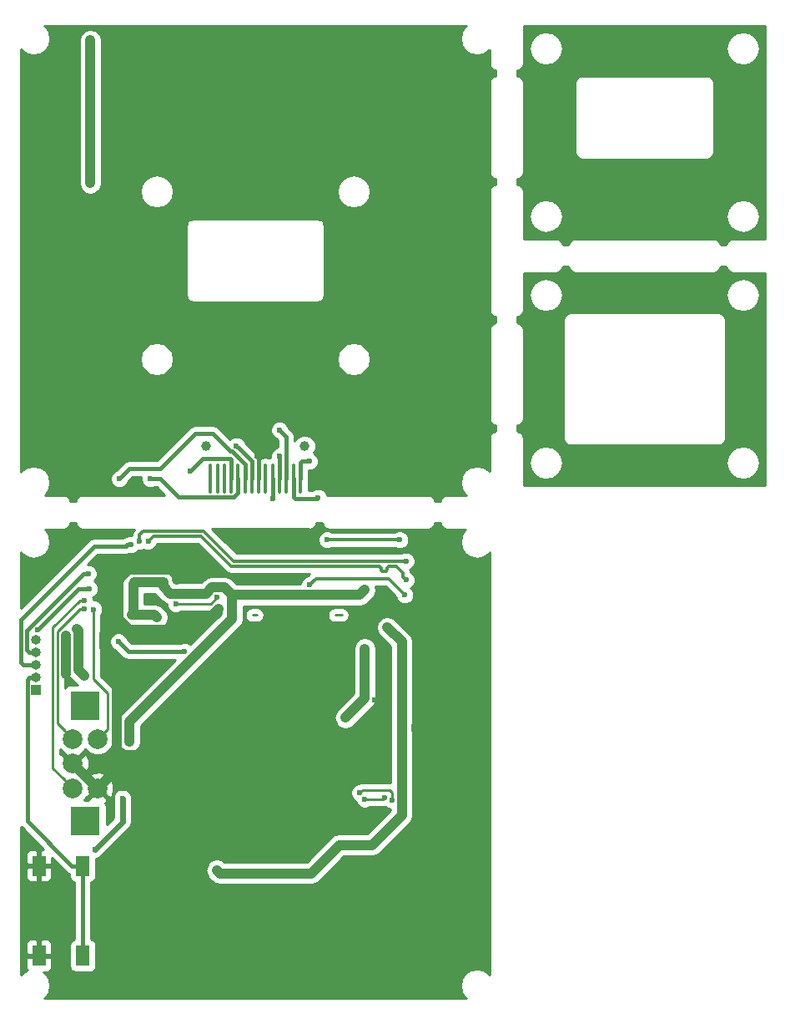
<source format=gbl>
G04 #@! TF.FileFunction,Copper,L2,Bot,Signal*
%FSLAX46Y46*%
G04 Gerber Fmt 4.6, Leading zero omitted, Abs format (unit mm)*
G04 Created by KiCad (PCBNEW 4.0.7-e2-6376~58~ubuntu17.04.1) date Sat May  5 16:48:04 2018*
%MOMM*%
%LPD*%
G01*
G04 APERTURE LIST*
%ADD10C,0.100000*%
%ADD11C,0.600000*%
%ADD12C,2.000000*%
%ADD13R,3.000000X3.000000*%
%ADD14C,1.000000*%
%ADD15R,1.000000X1.000000*%
%ADD16O,1.000000X1.000000*%
%ADD17R,1.400000X2.100000*%
%ADD18O,0.400000X3.000000*%
%ADD19C,0.250000*%
%ADD20C,0.609600*%
%ADD21C,1.016000*%
%ADD22C,0.406400*%
%ADD23C,0.457200*%
%ADD24C,0.304800*%
%ADD25C,0.254000*%
G04 APERTURE END LIST*
D10*
D11*
X132083202Y-120890810D03*
X131376095Y-120183703D03*
X130668988Y-119476596D03*
X129961881Y-120183703D03*
X130668988Y-120890810D03*
X129961881Y-121597917D03*
X129254774Y-120890810D03*
X128547667Y-121597917D03*
X129254774Y-122305024D03*
X128547667Y-123012131D03*
X127840560Y-122305024D03*
X131376095Y-118769489D03*
X129254774Y-129376094D03*
X120769490Y-116648168D03*
X118648169Y-118769489D03*
X119355276Y-118062382D03*
X120062383Y-117355275D03*
X122890811Y-115941061D03*
X122183704Y-116648168D03*
X121476597Y-117355275D03*
X120769490Y-118062382D03*
X120062383Y-118769489D03*
X119355276Y-119476596D03*
X118648169Y-120183703D03*
X117941062Y-120890810D03*
X122890811Y-130083201D03*
X117941062Y-125133452D03*
X119355276Y-127961880D03*
X120062383Y-128668987D03*
X120769490Y-127961880D03*
X120062383Y-127254773D03*
X120769490Y-126547666D03*
X129961881Y-118769489D03*
X130668988Y-118062382D03*
X129961881Y-117355275D03*
X129254774Y-116648168D03*
X127133453Y-115941061D03*
X127840560Y-116648168D03*
X128547667Y-117355275D03*
X129254774Y-118062382D03*
X132083202Y-125133452D03*
X131376095Y-125840559D03*
X130668988Y-127961880D03*
X131376095Y-127254773D03*
X130668988Y-126547666D03*
X129961881Y-127254773D03*
X129961881Y-128668987D03*
X129254774Y-127961880D03*
X128547667Y-128668987D03*
X127840560Y-129376094D03*
X127133453Y-130083201D03*
X125719239Y-130083201D03*
X126426346Y-129376094D03*
X125719239Y-128668987D03*
X126426346Y-127961880D03*
X125719239Y-127254773D03*
D12*
X106500000Y-123000000D03*
X106500000Y-125500000D03*
X106500000Y-120500000D03*
D13*
X107750000Y-128850000D03*
X107750000Y-117150000D03*
D12*
X109000000Y-125500000D03*
X109000000Y-120500000D03*
D14*
X124305025Y-123719238D03*
X125719239Y-122305025D03*
X125012132Y-123012131D03*
D11*
X125012132Y-115233957D03*
X125719239Y-115941064D03*
X126426345Y-116648170D03*
X127133452Y-117355277D03*
X127840559Y-118062384D03*
X128547666Y-118769491D03*
X129254772Y-119476597D03*
X131376093Y-121597918D03*
X132083200Y-122305025D03*
X124305025Y-115941064D03*
X125012132Y-116648170D03*
X125719239Y-117355277D03*
X126426345Y-118062384D03*
X127133452Y-118769491D03*
X127840559Y-119476597D03*
X128547666Y-120183704D03*
X130668986Y-122305025D03*
X131376093Y-123012131D03*
X132083200Y-123719238D03*
X123597918Y-116648170D03*
X124305025Y-117355277D03*
X125012132Y-118062384D03*
X125719239Y-118769491D03*
X126426345Y-119476597D03*
X127133452Y-120183704D03*
X127840559Y-120890811D03*
X129961879Y-123012131D03*
X130668986Y-123719238D03*
X131376093Y-124426345D03*
X122890811Y-117355277D03*
X123597918Y-118062384D03*
X124305025Y-118769491D03*
X125012132Y-119476597D03*
X125719239Y-120183704D03*
X126426345Y-120890811D03*
X127133452Y-121597918D03*
X129254772Y-123719238D03*
X129961879Y-124426345D03*
X130668986Y-125133452D03*
X122183705Y-118062384D03*
X122890811Y-118769491D03*
X129254772Y-125133452D03*
X129961879Y-125840558D03*
X121476598Y-118769491D03*
X122183705Y-119476597D03*
X128547666Y-125840558D03*
X129254772Y-126547665D03*
X120769491Y-119476597D03*
X121476598Y-120183704D03*
X127840559Y-126547665D03*
X128547666Y-127254772D03*
X120062384Y-120183704D03*
X120769491Y-120890811D03*
X127133452Y-127254772D03*
X127840559Y-127961879D03*
X119355277Y-120890811D03*
X120062384Y-121597918D03*
X120769491Y-122305025D03*
X122890811Y-124426345D03*
X123597918Y-125133452D03*
X127133452Y-128668986D03*
X118648171Y-121597918D03*
X119355277Y-122305025D03*
X120062384Y-123012131D03*
X122183705Y-125133452D03*
X122890811Y-125840558D03*
X125012132Y-127961879D03*
X117941064Y-122305025D03*
X118648171Y-123012131D03*
X119355277Y-123719238D03*
X121476598Y-125840558D03*
X122183705Y-126547665D03*
X124305025Y-128668986D03*
X125012132Y-129376092D03*
X117233957Y-123012131D03*
X117941064Y-123719238D03*
X118648171Y-124426345D03*
X121476598Y-127254772D03*
X123597918Y-129376092D03*
X124305025Y-130083199D03*
X125012132Y-130790306D03*
X144500000Y-100500000D03*
X145500000Y-100500000D03*
X145500000Y-101500000D03*
X144500000Y-99500000D03*
X145500000Y-99500000D03*
X148500000Y-102500000D03*
X148500000Y-103500000D03*
X148500000Y-104500000D03*
X148500000Y-105500000D03*
X148500000Y-106500000D03*
X148500000Y-139500000D03*
X148500000Y-140500000D03*
X148500000Y-141500000D03*
X148500000Y-142500000D03*
X148500000Y-143500000D03*
X145500000Y-146500000D03*
X144500000Y-146500000D03*
X143500000Y-146500000D03*
X142500000Y-146500000D03*
X141500000Y-146500000D03*
X101500000Y-143500000D03*
X101500000Y-142500000D03*
X101500000Y-141500000D03*
X101500000Y-140500000D03*
X101500000Y-139500000D03*
X104500000Y-146500000D03*
X105500000Y-146500000D03*
X106500000Y-146500000D03*
X107500000Y-146500000D03*
X108500000Y-146500000D03*
X104500000Y-99500000D03*
X105500000Y-99500000D03*
X106500000Y-99500000D03*
X107500000Y-99500000D03*
X108500000Y-99500000D03*
X101500000Y-102500000D03*
X101500000Y-103500000D03*
X101500000Y-104500000D03*
X101500000Y-105500000D03*
X101500000Y-106500000D03*
X145500000Y-95500000D03*
X144500000Y-95500000D03*
X143500000Y-95500000D03*
X142500000Y-95500000D03*
X141500000Y-95500000D03*
X148500000Y-92500000D03*
X148500000Y-91500000D03*
X148500000Y-90500000D03*
X148500000Y-89500000D03*
X148500000Y-88500000D03*
X148500000Y-55500000D03*
X148500000Y-54500000D03*
X148500000Y-53500000D03*
X148500000Y-52500000D03*
X148500000Y-51500000D03*
X141500000Y-48500000D03*
X142500000Y-48500000D03*
X143500000Y-48500000D03*
X144500000Y-48500000D03*
X145500000Y-48500000D03*
X104500000Y-48500000D03*
X105500000Y-48500000D03*
X106500000Y-48500000D03*
X107500000Y-48500000D03*
X108500000Y-48500000D03*
X101500000Y-51500000D03*
X101500000Y-52500000D03*
X101500000Y-53500000D03*
X101500000Y-54500000D03*
X101500000Y-55500000D03*
X101500000Y-88500000D03*
X101500000Y-89500000D03*
X101500000Y-90500000D03*
X101500000Y-91500000D03*
X101500000Y-92500000D03*
X108500000Y-95500000D03*
X107500000Y-95500000D03*
X106500000Y-95500000D03*
X105500000Y-95500000D03*
X104500000Y-95500000D03*
D15*
X102750000Y-115540000D03*
D16*
X102750000Y-114270000D03*
X102750000Y-113000000D03*
X102750000Y-111730000D03*
X102750000Y-110460000D03*
D17*
X103043000Y-142449000D03*
X107493000Y-142449000D03*
X107493000Y-133349000D03*
X103043000Y-133349000D03*
D18*
X129554000Y-94080000D03*
X128854000Y-94080000D03*
X128154000Y-94080000D03*
X127454000Y-94080000D03*
X126754000Y-94080000D03*
X126054000Y-94080000D03*
X125354000Y-94080000D03*
X124654000Y-94080000D03*
X123954000Y-94080000D03*
X123254000Y-94080000D03*
X122554000Y-94080000D03*
X121854000Y-94080000D03*
X121154000Y-94080000D03*
X120454000Y-94080000D03*
D14*
X130004000Y-90805000D03*
X120004000Y-90805000D03*
D11*
X111506000Y-126492000D03*
X108712000Y-131699000D03*
X112228000Y-120754000D03*
X106894000Y-109324000D03*
X107620603Y-114087663D03*
X134143400Y-118326019D03*
X136104000Y-111356000D03*
X122642000Y-105895000D03*
X136104000Y-105387000D03*
X115657000Y-104625000D03*
X112609000Y-104752000D03*
X112482000Y-107927000D03*
X115022000Y-108181000D03*
X108270000Y-49677000D03*
X123077105Y-90766798D03*
X108270000Y-64155000D03*
X110958000Y-116182002D03*
X111085000Y-108308000D03*
X105751000Y-113896000D03*
X114788793Y-109425822D03*
X115530000Y-117833000D03*
X114895000Y-123675000D03*
X105807479Y-109985388D03*
X137173000Y-133253000D03*
X141311000Y-119140000D03*
X114930000Y-136890000D03*
X121245000Y-107292000D03*
X137120000Y-116515000D03*
X147219000Y-115420000D03*
X147219000Y-122786000D03*
X147219000Y-120373000D03*
X147219000Y-118087000D03*
X147153000Y-105641000D03*
X147153000Y-107800000D03*
X147153000Y-110086000D03*
X147219000Y-113007000D03*
X147219000Y-114404000D03*
X133804000Y-109135000D03*
X111085000Y-107038000D03*
X112101000Y-103355000D03*
X117054000Y-104371000D03*
X117287000Y-49296000D03*
X112207000Y-49296000D03*
X114747000Y-49296000D03*
X124399000Y-88158000D03*
X125161000Y-91841000D03*
X130495000Y-92349000D03*
X131384000Y-96032000D03*
X127447000Y-91841000D03*
X127447000Y-89174000D03*
X118430000Y-93365000D03*
X114366000Y-94127000D03*
X111191000Y-94127000D03*
X126812000Y-96159000D03*
X139871132Y-124524000D03*
X139871132Y-110650132D03*
X121105000Y-133807131D03*
X138404000Y-109183000D03*
X102875999Y-109405001D03*
X108164000Y-105260000D03*
X111112591Y-110630948D03*
X117816004Y-111610000D03*
X130516000Y-104879000D03*
X140168000Y-105895000D03*
X138863122Y-126655782D03*
X135601421Y-125951699D03*
X112355000Y-100815000D03*
X108037000Y-103736000D03*
X139660000Y-100307000D03*
X132294000Y-100307000D03*
X114133000Y-100434000D03*
X140295000Y-104371000D03*
X113244000Y-100434000D03*
X140295000Y-102466000D03*
X121118000Y-106149000D03*
X116927000Y-106784000D03*
X138092388Y-126441336D03*
X136104000Y-126596000D03*
X107631548Y-106432553D03*
X107656000Y-107292000D03*
X108605949Y-107352949D03*
D19*
X124718000Y-107922000D02*
X125134238Y-107922000D01*
X133818000Y-107922000D02*
X133101000Y-107922000D01*
D20*
X111506000Y-128905000D02*
X111506000Y-126916264D01*
X108712000Y-131699000D02*
X111506000Y-128905000D01*
X111506000Y-126916264D02*
X111506000Y-126492000D01*
D21*
X112228000Y-118722000D02*
X112228000Y-120329736D01*
X122642000Y-108308000D02*
X112228000Y-118722000D01*
X122642000Y-105895000D02*
X122642000Y-108308000D01*
X112228000Y-120329736D02*
X112228000Y-120754000D01*
X106894000Y-109324000D02*
X106894000Y-109352212D01*
X106894000Y-109352212D02*
X107023489Y-109481701D01*
X107023489Y-109481701D02*
X107023489Y-113490549D01*
X107023489Y-113490549D02*
X107620603Y-114087663D01*
X134143400Y-118326019D02*
X136104000Y-116365419D01*
X136104000Y-116365419D02*
X136104000Y-111356000D01*
X122342001Y-105595001D02*
X122642000Y-105895000D01*
X115657000Y-105049264D02*
X116383735Y-105775999D01*
X121887998Y-105140998D02*
X122342001Y-105595001D01*
X120634158Y-105140998D02*
X121887998Y-105140998D01*
X119999157Y-105775999D02*
X120634158Y-105140998D01*
X116383735Y-105775999D02*
X119999157Y-105775999D01*
X115657000Y-104625000D02*
X115657000Y-105049264D01*
X122642000Y-105895000D02*
X135596000Y-105895000D01*
X135596000Y-105895000D02*
X136104000Y-105387000D01*
X112482000Y-107927000D02*
X114768000Y-107927000D01*
X114768000Y-107927000D02*
X115022000Y-108181000D01*
X112609000Y-104752000D02*
X112609000Y-107800000D01*
X112609000Y-107800000D02*
X112482000Y-107927000D01*
X115657000Y-104625000D02*
X112736000Y-104625000D01*
X112736000Y-104625000D02*
X112609000Y-104752000D01*
X108270000Y-64155000D02*
X108270000Y-49677000D01*
D22*
X123377104Y-91066797D02*
X123077105Y-90766798D01*
X124654000Y-92343693D02*
X123377104Y-91066797D01*
X124654000Y-94080000D02*
X124654000Y-92343693D01*
D21*
X109000000Y-125500000D02*
X110825000Y-123675000D01*
X110825000Y-123675000D02*
X114470736Y-123675000D01*
X114470736Y-123675000D02*
X114895000Y-123675000D01*
X114895000Y-123675000D02*
X114895000Y-122151000D01*
X114895000Y-122151000D02*
X114895000Y-118468000D01*
X111593000Y-122151000D02*
X114895000Y-122151000D01*
X110958000Y-121516000D02*
X111593000Y-122151000D01*
X110958000Y-116182002D02*
X110958000Y-121516000D01*
X110958000Y-112499000D02*
X110958000Y-115757738D01*
X110785001Y-108734999D02*
X109661612Y-109858388D01*
X109661612Y-109858388D02*
X109661612Y-111202612D01*
X110958000Y-115757738D02*
X110958000Y-116182002D01*
X109661612Y-111202612D02*
X110958000Y-112499000D01*
X111384999Y-108607999D02*
X111085000Y-108308000D01*
X112202822Y-109425822D02*
X111384999Y-108607999D01*
X110785001Y-108734999D02*
X110785001Y-108607999D01*
X114788793Y-109425822D02*
X112202822Y-109425822D01*
X110785001Y-108607999D02*
X111085000Y-108308000D01*
X110171956Y-109348044D02*
X110785001Y-108734999D01*
X110171956Y-109475044D02*
X110171956Y-109348044D01*
X111085000Y-107038000D02*
X111085000Y-108308000D01*
X105807479Y-113839521D02*
X105751000Y-113896000D01*
X105807479Y-109985388D02*
X105807479Y-113839521D01*
D19*
X103043000Y-142449000D02*
X101551000Y-142449000D01*
X101551000Y-142449000D02*
X101500000Y-142500000D01*
D22*
X103043000Y-142449000D02*
X103043000Y-133349000D01*
D21*
X115213057Y-109425822D02*
X114788793Y-109425822D01*
X119111178Y-109425822D02*
X115213057Y-109425822D01*
X121245000Y-107292000D02*
X119111178Y-109425822D01*
X114895000Y-118468000D02*
X115530000Y-117833000D01*
X106500000Y-123000000D02*
X109000000Y-125500000D01*
X137173000Y-133253000D02*
X134273000Y-133253000D01*
X134273000Y-133253000D02*
X131278000Y-136248000D01*
X131278000Y-136248000D02*
X116927000Y-136248000D01*
X116927000Y-136248000D02*
X116285000Y-136890000D01*
X116285000Y-136890000D02*
X114930000Y-136890000D01*
X141438000Y-119691264D02*
X141438000Y-128988000D01*
X141438000Y-128988000D02*
X137173000Y-133253000D01*
X141311000Y-119140000D02*
X141311000Y-119564264D01*
X141311000Y-119564264D02*
X141438000Y-119691264D01*
X112101000Y-103355000D02*
X116462264Y-103355000D01*
X116462264Y-103355000D02*
X117054000Y-103946736D01*
X117054000Y-103946736D02*
X117054000Y-104371000D01*
X111085000Y-107038000D02*
X111085000Y-104371000D01*
X111085000Y-104371000D02*
X112101000Y-103355000D01*
X114747000Y-49296000D02*
X117287000Y-49296000D01*
X112207000Y-49296000D02*
X114747000Y-49296000D01*
D22*
X125354000Y-94080000D02*
X125354000Y-92034000D01*
X125354000Y-92034000D02*
X125161000Y-91841000D01*
X129554000Y-92528000D02*
X129733000Y-92349000D01*
X129733000Y-92349000D02*
X130495000Y-92349000D01*
X129554000Y-94080000D02*
X129554000Y-92528000D01*
X129026600Y-96159000D02*
X131257000Y-96159000D01*
X131257000Y-96159000D02*
X131384000Y-96032000D01*
X128854000Y-94080000D02*
X128854000Y-95986400D01*
X128854000Y-95986400D02*
X129026600Y-96159000D01*
X127454000Y-94080000D02*
X127454000Y-91848000D01*
X127454000Y-91848000D02*
X127447000Y-91841000D01*
X128154000Y-94080000D02*
X128154000Y-89881000D01*
X128154000Y-89881000D02*
X127447000Y-89174000D01*
X119700000Y-92095000D02*
X118430000Y-93365000D01*
X122475400Y-92095000D02*
X119700000Y-92095000D01*
X122554000Y-94080000D02*
X122554000Y-92173600D01*
X122554000Y-92173600D02*
X122475400Y-92095000D01*
X114790264Y-94127000D02*
X114366000Y-94127000D01*
X115350592Y-94127000D02*
X114790264Y-94127000D01*
X117206802Y-95983210D02*
X115350592Y-94127000D01*
X122803857Y-95983210D02*
X117206802Y-95983210D01*
X123254000Y-95533067D02*
X122803857Y-95983210D01*
X123254000Y-94080000D02*
X123254000Y-95533067D01*
X115382000Y-93111000D02*
X112207000Y-93111000D01*
X112207000Y-93111000D02*
X111191000Y-94127000D01*
X118938000Y-89555000D02*
X115382000Y-93111000D01*
X120716000Y-89555000D02*
X118938000Y-89555000D01*
X122494000Y-91333000D02*
X120716000Y-89555000D01*
X122660067Y-91333000D02*
X122494000Y-91333000D01*
X123954000Y-92626933D02*
X122660067Y-91333000D01*
X123954000Y-94080000D02*
X123954000Y-92626933D01*
X126754000Y-94080000D02*
X126754000Y-96101000D01*
X126754000Y-96101000D02*
X126812000Y-96159000D01*
D21*
X139871132Y-128219131D02*
X139871132Y-124524000D01*
X139871132Y-124524000D02*
X139871132Y-110650132D01*
X139871132Y-110650132D02*
X138404000Y-109183000D01*
X136823132Y-131267131D02*
X139871132Y-128219131D01*
X133521132Y-131267131D02*
X136823132Y-131267131D01*
X130681133Y-134107130D02*
X133521132Y-131267131D01*
X121105000Y-133807131D02*
X121404999Y-134107130D01*
X121404999Y-134107130D02*
X130681133Y-134107130D01*
D22*
X108164000Y-105260000D02*
X107021000Y-105260000D01*
X107021000Y-105260000D02*
X102875999Y-109405001D01*
X107493000Y-133349000D02*
X106386600Y-133349000D01*
X106386600Y-133349000D02*
X101846799Y-128809199D01*
X101846799Y-128809199D02*
X101846799Y-114466095D01*
X101846799Y-114466095D02*
X102042894Y-114270000D01*
X102042894Y-114270000D02*
X102750000Y-114270000D01*
X107493000Y-142449000D02*
X107493000Y-140992600D01*
X107493000Y-140992600D02*
X107493000Y-133349000D01*
D23*
X117816004Y-111610000D02*
X112091643Y-111610000D01*
X111412590Y-110930947D02*
X111112591Y-110630948D01*
X112091643Y-111610000D02*
X111412590Y-110930947D01*
D24*
X131151000Y-104244000D02*
X130516000Y-104879000D01*
X138517000Y-104244000D02*
X131151000Y-104244000D01*
X140168000Y-105895000D02*
X138517000Y-104244000D01*
D19*
X138604302Y-125651700D02*
X138863122Y-125910520D01*
X135901420Y-125651700D02*
X138604302Y-125651700D01*
X138863122Y-126231518D02*
X138863122Y-126655782D01*
X138863122Y-125910520D02*
X138863122Y-126231518D01*
X135601421Y-125951699D02*
X135901420Y-125651700D01*
D22*
X101193389Y-112712495D02*
X101480894Y-113000000D01*
X101480894Y-113000000D02*
X102750000Y-113000000D01*
X112355000Y-100815000D02*
X111930736Y-100815000D01*
X111930736Y-100815000D02*
X111803736Y-100942000D01*
X111803736Y-100942000D02*
X108672000Y-100942000D01*
X108672000Y-100942000D02*
X111847000Y-100942000D01*
X101193389Y-112712495D02*
X101193389Y-108420611D01*
X101193389Y-108420611D02*
X108672000Y-100942000D01*
X108037000Y-103736000D02*
X107543997Y-103736000D01*
X107543997Y-103736000D02*
X101799799Y-109480198D01*
X101799799Y-109480198D02*
X101799799Y-111486905D01*
X101799799Y-111486905D02*
X102042894Y-111730000D01*
X102042894Y-111730000D02*
X102750000Y-111730000D01*
D24*
X132294000Y-100307000D02*
X139660000Y-100307000D01*
X138644000Y-102974000D02*
X138583184Y-102980852D01*
X138473598Y-103033625D02*
X138430323Y-103076900D01*
X140295000Y-104371000D02*
X139995001Y-104071001D01*
X139279000Y-102974000D02*
X138644000Y-102974000D01*
X139995001Y-104071001D02*
X139995001Y-103690001D01*
X138158211Y-103513752D02*
X138097396Y-103520605D01*
X138430323Y-103076900D02*
X138397763Y-103128720D01*
X137658197Y-103033625D02*
X137606377Y-103001065D01*
X139995001Y-103690001D02*
X139279000Y-102974000D01*
X137788163Y-103365884D02*
X137767950Y-103308118D01*
X138034400Y-103520605D02*
X137973584Y-103513752D01*
X138397763Y-103128720D02*
X138377550Y-103186486D01*
X137487796Y-102974000D02*
X122515000Y-102974000D01*
X137915818Y-103493539D02*
X137863998Y-103460979D01*
X138583184Y-102980852D02*
X138525418Y-103001065D01*
X138377550Y-103186486D02*
X138363845Y-103308118D01*
X138525418Y-103001065D02*
X138473598Y-103033625D01*
X138097396Y-103520605D02*
X138034400Y-103520605D01*
X138363845Y-103308118D02*
X138343632Y-103365884D01*
X137734032Y-103128720D02*
X137701472Y-103076900D01*
X138343632Y-103365884D02*
X138311072Y-103417704D01*
X137767950Y-103308118D02*
X137754245Y-103186486D01*
X138311072Y-103417704D02*
X138267797Y-103460979D01*
X122515000Y-102974000D02*
X119467000Y-99926000D01*
X114641000Y-99926000D02*
X114133000Y-100434000D01*
X138267797Y-103460979D02*
X138215977Y-103493539D01*
X138215977Y-103493539D02*
X138158211Y-103513752D01*
X137548611Y-102980852D02*
X137487796Y-102974000D01*
X137973584Y-103513752D02*
X137915818Y-103493539D01*
X119467000Y-99926000D02*
X114641000Y-99926000D01*
X137863998Y-103460979D02*
X137820723Y-103417704D01*
X137820723Y-103417704D02*
X137788163Y-103365884D01*
X137754245Y-103186486D02*
X137734032Y-103128720D01*
X137701472Y-103076900D02*
X137658197Y-103033625D01*
X137606377Y-103001065D02*
X137548611Y-102980852D01*
X113244000Y-100434000D02*
X113244000Y-99799000D01*
X113244000Y-99799000D02*
X113625000Y-99418000D01*
X113625000Y-99418000D02*
X119721000Y-99418000D01*
X119721000Y-99418000D02*
X122769000Y-102466000D01*
X122769000Y-102466000D02*
X140295000Y-102466000D01*
D19*
X120483000Y-106784000D02*
X121118000Y-106149000D01*
X116927000Y-106784000D02*
X120483000Y-106784000D01*
X137937724Y-126596000D02*
X138092388Y-126441336D01*
X136104000Y-126596000D02*
X137937724Y-126596000D01*
X105500001Y-124500001D02*
X106500000Y-125500000D01*
X107631548Y-106432553D02*
X107207284Y-106432553D01*
X107207284Y-106432553D02*
X104467980Y-109171857D01*
X104467980Y-109171857D02*
X104467980Y-123467980D01*
X104467980Y-123467980D02*
X105500001Y-124500001D01*
X105500001Y-119500001D02*
X106500000Y-120500000D01*
X104917991Y-118917991D02*
X105500001Y-119500001D01*
X104917991Y-109605745D02*
X104917991Y-118917991D01*
X107231736Y-107292000D02*
X104917991Y-109605745D01*
X107656000Y-107292000D02*
X107231736Y-107292000D01*
X109997991Y-115836955D02*
X108605949Y-114444913D01*
X108605949Y-107777213D02*
X108605949Y-107352949D01*
X108605949Y-114444913D02*
X108605949Y-107777213D01*
X109000000Y-120500000D02*
X109997991Y-119502009D01*
X109997991Y-119502009D02*
X109997991Y-115836955D01*
D25*
G36*
X146290847Y-48290847D02*
X145920166Y-48845611D01*
X145790000Y-49500000D01*
X145920166Y-50154389D01*
X146290847Y-50709153D01*
X146845611Y-51079834D01*
X147500000Y-51210000D01*
X148154389Y-51079834D01*
X148709153Y-50709153D01*
X148765000Y-50625572D01*
X148765000Y-52000000D01*
X148820949Y-52281272D01*
X148980277Y-52519723D01*
X149218728Y-52679051D01*
X149373000Y-52709738D01*
X149373000Y-53290262D01*
X149218728Y-53320949D01*
X148980277Y-53480277D01*
X148820949Y-53718728D01*
X148765000Y-54000000D01*
X148765000Y-63000000D01*
X148820949Y-63281272D01*
X148980277Y-63519723D01*
X149218728Y-63679051D01*
X149373000Y-63709738D01*
X149373000Y-64290262D01*
X149218728Y-64320949D01*
X148980277Y-64480277D01*
X148820949Y-64718728D01*
X148765000Y-65000000D01*
X148790000Y-65125682D01*
X148790000Y-76874318D01*
X148765000Y-77000000D01*
X148820949Y-77281272D01*
X148980277Y-77519723D01*
X149218728Y-77679051D01*
X149373000Y-77709738D01*
X149373000Y-78290262D01*
X149218728Y-78320949D01*
X148980277Y-78480277D01*
X148820949Y-78718728D01*
X148765000Y-79000000D01*
X148765000Y-88000000D01*
X148820949Y-88281272D01*
X148980277Y-88519723D01*
X149218728Y-88679051D01*
X149373000Y-88709738D01*
X149373000Y-89290262D01*
X149218728Y-89320949D01*
X148980277Y-89480277D01*
X148820949Y-89718728D01*
X148765000Y-90000000D01*
X148765000Y-93374428D01*
X148709153Y-93290847D01*
X148154389Y-92920166D01*
X147500000Y-92790000D01*
X146845611Y-92920166D01*
X146290847Y-93290847D01*
X145920166Y-93845611D01*
X145790000Y-94500000D01*
X145920166Y-95154389D01*
X146290847Y-95709153D01*
X146411843Y-95790000D01*
X144625682Y-95790000D01*
X144500000Y-95765000D01*
X144218728Y-95820949D01*
X143980277Y-95980277D01*
X143820949Y-96218728D01*
X143790262Y-96373000D01*
X143209738Y-96373000D01*
X143179051Y-96218728D01*
X143019723Y-95980277D01*
X142781272Y-95820949D01*
X142500000Y-95765000D01*
X132500000Y-95765000D01*
X132301652Y-95804454D01*
X132177117Y-95503057D01*
X131914327Y-95239808D01*
X131570799Y-95097162D01*
X131198833Y-95096838D01*
X130855057Y-95238883D01*
X130772997Y-95320800D01*
X130389000Y-95320800D01*
X130389000Y-94096088D01*
X130392200Y-94080000D01*
X130392200Y-93283911D01*
X130680167Y-93284162D01*
X131023943Y-93142117D01*
X131287192Y-92879327D01*
X131429838Y-92535799D01*
X131430162Y-92163833D01*
X131288117Y-91820057D01*
X131025327Y-91556808D01*
X130906741Y-91507566D01*
X130965645Y-91448765D01*
X131138803Y-91031756D01*
X131139197Y-90580225D01*
X130966767Y-90162914D01*
X130647765Y-89843355D01*
X130230756Y-89670197D01*
X129779225Y-89669803D01*
X129361914Y-89842233D01*
X129042355Y-90161235D01*
X128992200Y-90282021D01*
X128992200Y-89881000D01*
X128950269Y-89670197D01*
X128928396Y-89560234D01*
X128746697Y-89288303D01*
X128336348Y-88877954D01*
X128240117Y-88645057D01*
X127977327Y-88381808D01*
X127633799Y-88239162D01*
X127261833Y-88238838D01*
X126918057Y-88380883D01*
X126654808Y-88643673D01*
X126512162Y-88987201D01*
X126511838Y-89359167D01*
X126653883Y-89702943D01*
X126916673Y-89966192D01*
X127151170Y-90063564D01*
X127315800Y-90228194D01*
X127315800Y-90905885D01*
X127261833Y-90905838D01*
X126918057Y-91047883D01*
X126654808Y-91310673D01*
X126512162Y-91654201D01*
X126511903Y-91951329D01*
X126434459Y-91966734D01*
X126404000Y-91987086D01*
X126373541Y-91966734D01*
X126054000Y-91903173D01*
X125734459Y-91966734D01*
X125664116Y-92013736D01*
X125582451Y-91976860D01*
X125481002Y-92082948D01*
X125481002Y-91945000D01*
X125376326Y-91945000D01*
X125246697Y-91750996D01*
X123966453Y-90470752D01*
X123870222Y-90237855D01*
X123607432Y-89974606D01*
X123263904Y-89831960D01*
X122891938Y-89831636D01*
X122548162Y-89973681D01*
X122434019Y-90087625D01*
X121308697Y-88962303D01*
X121036766Y-88780604D01*
X120716000Y-88716800D01*
X118938000Y-88716800D01*
X118617235Y-88780604D01*
X118345303Y-88962303D01*
X115034806Y-92272800D01*
X112207000Y-92272800D01*
X111886234Y-92336604D01*
X111614303Y-92518303D01*
X110894954Y-93237652D01*
X110662057Y-93333883D01*
X110398808Y-93596673D01*
X110256162Y-93940201D01*
X110255838Y-94312167D01*
X110397883Y-94655943D01*
X110660673Y-94919192D01*
X111004201Y-95061838D01*
X111376167Y-95062162D01*
X111719943Y-94920117D01*
X111983192Y-94657327D01*
X112080564Y-94422830D01*
X112554194Y-93949200D01*
X113431154Y-93949200D01*
X113430838Y-94312167D01*
X113572883Y-94655943D01*
X113835673Y-94919192D01*
X114179201Y-95061838D01*
X114551167Y-95062162D01*
X114785834Y-94965200D01*
X115003398Y-94965200D01*
X115803198Y-95765000D01*
X107500000Y-95765000D01*
X107218728Y-95820949D01*
X106980277Y-95980277D01*
X106820949Y-96218728D01*
X106790262Y-96373000D01*
X106209738Y-96373000D01*
X106179051Y-96218728D01*
X106019723Y-95980277D01*
X105781272Y-95820949D01*
X105500000Y-95765000D01*
X103625572Y-95765000D01*
X103709153Y-95709153D01*
X104079834Y-95154389D01*
X104210000Y-94500000D01*
X104079834Y-93845611D01*
X103709153Y-93290847D01*
X103154389Y-92920166D01*
X102500000Y-92790000D01*
X101845611Y-92920166D01*
X101290847Y-93290847D01*
X101210000Y-93411843D01*
X101210000Y-82000000D01*
X113290000Y-82000000D01*
X113420166Y-82654389D01*
X113790847Y-83209153D01*
X114345611Y-83579834D01*
X115000000Y-83710000D01*
X115654389Y-83579834D01*
X116209153Y-83209153D01*
X116579834Y-82654389D01*
X116710000Y-82000000D01*
X133290000Y-82000000D01*
X133420166Y-82654389D01*
X133790847Y-83209153D01*
X134345611Y-83579834D01*
X135000000Y-83710000D01*
X135654389Y-83579834D01*
X136209153Y-83209153D01*
X136579834Y-82654389D01*
X136710000Y-82000000D01*
X136579834Y-81345611D01*
X136209153Y-80790847D01*
X135654389Y-80420166D01*
X135000000Y-80290000D01*
X134345611Y-80420166D01*
X133790847Y-80790847D01*
X133420166Y-81345611D01*
X133290000Y-82000000D01*
X116710000Y-82000000D01*
X116579834Y-81345611D01*
X116209153Y-80790847D01*
X115654389Y-80420166D01*
X115000000Y-80290000D01*
X114345611Y-80420166D01*
X113790847Y-80790847D01*
X113420166Y-81345611D01*
X113290000Y-82000000D01*
X101210000Y-82000000D01*
X101210000Y-68500000D01*
X117965000Y-68500000D01*
X117965000Y-75500000D01*
X118020949Y-75781272D01*
X118180277Y-76019723D01*
X118418728Y-76179051D01*
X118700000Y-76235000D01*
X131300000Y-76235000D01*
X131581272Y-76179051D01*
X131819723Y-76019723D01*
X131979051Y-75781272D01*
X132035000Y-75500000D01*
X132035000Y-68500000D01*
X131979051Y-68218728D01*
X131819723Y-67980277D01*
X131581272Y-67820949D01*
X131300000Y-67765000D01*
X118700000Y-67765000D01*
X118418728Y-67820949D01*
X118180277Y-67980277D01*
X118020949Y-68218728D01*
X117965000Y-68500000D01*
X101210000Y-68500000D01*
X101210000Y-50588157D01*
X101290847Y-50709153D01*
X101845611Y-51079834D01*
X102500000Y-51210000D01*
X103154389Y-51079834D01*
X103709153Y-50709153D01*
X104079834Y-50154389D01*
X104174792Y-49677000D01*
X107127000Y-49677000D01*
X107127000Y-64155000D01*
X107214006Y-64592407D01*
X107461777Y-64963223D01*
X107832593Y-65210994D01*
X108270000Y-65298000D01*
X108707407Y-65210994D01*
X109023182Y-65000000D01*
X113290000Y-65000000D01*
X113420166Y-65654389D01*
X113790847Y-66209153D01*
X114345611Y-66579834D01*
X115000000Y-66710000D01*
X115654389Y-66579834D01*
X116209153Y-66209153D01*
X116579834Y-65654389D01*
X116710000Y-65000000D01*
X133290000Y-65000000D01*
X133420166Y-65654389D01*
X133790847Y-66209153D01*
X134345611Y-66579834D01*
X135000000Y-66710000D01*
X135654389Y-66579834D01*
X136209153Y-66209153D01*
X136579834Y-65654389D01*
X136710000Y-65000000D01*
X136579834Y-64345611D01*
X136209153Y-63790847D01*
X135654389Y-63420166D01*
X135000000Y-63290000D01*
X134345611Y-63420166D01*
X133790847Y-63790847D01*
X133420166Y-64345611D01*
X133290000Y-65000000D01*
X116710000Y-65000000D01*
X116579834Y-64345611D01*
X116209153Y-63790847D01*
X115654389Y-63420166D01*
X115000000Y-63290000D01*
X114345611Y-63420166D01*
X113790847Y-63790847D01*
X113420166Y-64345611D01*
X113290000Y-65000000D01*
X109023182Y-65000000D01*
X109078223Y-64963223D01*
X109325994Y-64592407D01*
X109413000Y-64155000D01*
X109413000Y-49677000D01*
X109325994Y-49239593D01*
X109078223Y-48868777D01*
X108707407Y-48621006D01*
X108270000Y-48534000D01*
X107832593Y-48621006D01*
X107461777Y-48868777D01*
X107214006Y-49239593D01*
X107127000Y-49677000D01*
X104174792Y-49677000D01*
X104210000Y-49500000D01*
X104079834Y-48845611D01*
X103709153Y-48290847D01*
X103588157Y-48210000D01*
X146411843Y-48210000D01*
X146290847Y-48290847D01*
X146290847Y-48290847D01*
G37*
X146290847Y-48290847D02*
X145920166Y-48845611D01*
X145790000Y-49500000D01*
X145920166Y-50154389D01*
X146290847Y-50709153D01*
X146845611Y-51079834D01*
X147500000Y-51210000D01*
X148154389Y-51079834D01*
X148709153Y-50709153D01*
X148765000Y-50625572D01*
X148765000Y-52000000D01*
X148820949Y-52281272D01*
X148980277Y-52519723D01*
X149218728Y-52679051D01*
X149373000Y-52709738D01*
X149373000Y-53290262D01*
X149218728Y-53320949D01*
X148980277Y-53480277D01*
X148820949Y-53718728D01*
X148765000Y-54000000D01*
X148765000Y-63000000D01*
X148820949Y-63281272D01*
X148980277Y-63519723D01*
X149218728Y-63679051D01*
X149373000Y-63709738D01*
X149373000Y-64290262D01*
X149218728Y-64320949D01*
X148980277Y-64480277D01*
X148820949Y-64718728D01*
X148765000Y-65000000D01*
X148790000Y-65125682D01*
X148790000Y-76874318D01*
X148765000Y-77000000D01*
X148820949Y-77281272D01*
X148980277Y-77519723D01*
X149218728Y-77679051D01*
X149373000Y-77709738D01*
X149373000Y-78290262D01*
X149218728Y-78320949D01*
X148980277Y-78480277D01*
X148820949Y-78718728D01*
X148765000Y-79000000D01*
X148765000Y-88000000D01*
X148820949Y-88281272D01*
X148980277Y-88519723D01*
X149218728Y-88679051D01*
X149373000Y-88709738D01*
X149373000Y-89290262D01*
X149218728Y-89320949D01*
X148980277Y-89480277D01*
X148820949Y-89718728D01*
X148765000Y-90000000D01*
X148765000Y-93374428D01*
X148709153Y-93290847D01*
X148154389Y-92920166D01*
X147500000Y-92790000D01*
X146845611Y-92920166D01*
X146290847Y-93290847D01*
X145920166Y-93845611D01*
X145790000Y-94500000D01*
X145920166Y-95154389D01*
X146290847Y-95709153D01*
X146411843Y-95790000D01*
X144625682Y-95790000D01*
X144500000Y-95765000D01*
X144218728Y-95820949D01*
X143980277Y-95980277D01*
X143820949Y-96218728D01*
X143790262Y-96373000D01*
X143209738Y-96373000D01*
X143179051Y-96218728D01*
X143019723Y-95980277D01*
X142781272Y-95820949D01*
X142500000Y-95765000D01*
X132500000Y-95765000D01*
X132301652Y-95804454D01*
X132177117Y-95503057D01*
X131914327Y-95239808D01*
X131570799Y-95097162D01*
X131198833Y-95096838D01*
X130855057Y-95238883D01*
X130772997Y-95320800D01*
X130389000Y-95320800D01*
X130389000Y-94096088D01*
X130392200Y-94080000D01*
X130392200Y-93283911D01*
X130680167Y-93284162D01*
X131023943Y-93142117D01*
X131287192Y-92879327D01*
X131429838Y-92535799D01*
X131430162Y-92163833D01*
X131288117Y-91820057D01*
X131025327Y-91556808D01*
X130906741Y-91507566D01*
X130965645Y-91448765D01*
X131138803Y-91031756D01*
X131139197Y-90580225D01*
X130966767Y-90162914D01*
X130647765Y-89843355D01*
X130230756Y-89670197D01*
X129779225Y-89669803D01*
X129361914Y-89842233D01*
X129042355Y-90161235D01*
X128992200Y-90282021D01*
X128992200Y-89881000D01*
X128950269Y-89670197D01*
X128928396Y-89560234D01*
X128746697Y-89288303D01*
X128336348Y-88877954D01*
X128240117Y-88645057D01*
X127977327Y-88381808D01*
X127633799Y-88239162D01*
X127261833Y-88238838D01*
X126918057Y-88380883D01*
X126654808Y-88643673D01*
X126512162Y-88987201D01*
X126511838Y-89359167D01*
X126653883Y-89702943D01*
X126916673Y-89966192D01*
X127151170Y-90063564D01*
X127315800Y-90228194D01*
X127315800Y-90905885D01*
X127261833Y-90905838D01*
X126918057Y-91047883D01*
X126654808Y-91310673D01*
X126512162Y-91654201D01*
X126511903Y-91951329D01*
X126434459Y-91966734D01*
X126404000Y-91987086D01*
X126373541Y-91966734D01*
X126054000Y-91903173D01*
X125734459Y-91966734D01*
X125664116Y-92013736D01*
X125582451Y-91976860D01*
X125481002Y-92082948D01*
X125481002Y-91945000D01*
X125376326Y-91945000D01*
X125246697Y-91750996D01*
X123966453Y-90470752D01*
X123870222Y-90237855D01*
X123607432Y-89974606D01*
X123263904Y-89831960D01*
X122891938Y-89831636D01*
X122548162Y-89973681D01*
X122434019Y-90087625D01*
X121308697Y-88962303D01*
X121036766Y-88780604D01*
X120716000Y-88716800D01*
X118938000Y-88716800D01*
X118617235Y-88780604D01*
X118345303Y-88962303D01*
X115034806Y-92272800D01*
X112207000Y-92272800D01*
X111886234Y-92336604D01*
X111614303Y-92518303D01*
X110894954Y-93237652D01*
X110662057Y-93333883D01*
X110398808Y-93596673D01*
X110256162Y-93940201D01*
X110255838Y-94312167D01*
X110397883Y-94655943D01*
X110660673Y-94919192D01*
X111004201Y-95061838D01*
X111376167Y-95062162D01*
X111719943Y-94920117D01*
X111983192Y-94657327D01*
X112080564Y-94422830D01*
X112554194Y-93949200D01*
X113431154Y-93949200D01*
X113430838Y-94312167D01*
X113572883Y-94655943D01*
X113835673Y-94919192D01*
X114179201Y-95061838D01*
X114551167Y-95062162D01*
X114785834Y-94965200D01*
X115003398Y-94965200D01*
X115803198Y-95765000D01*
X107500000Y-95765000D01*
X107218728Y-95820949D01*
X106980277Y-95980277D01*
X106820949Y-96218728D01*
X106790262Y-96373000D01*
X106209738Y-96373000D01*
X106179051Y-96218728D01*
X106019723Y-95980277D01*
X105781272Y-95820949D01*
X105500000Y-95765000D01*
X103625572Y-95765000D01*
X103709153Y-95709153D01*
X104079834Y-95154389D01*
X104210000Y-94500000D01*
X104079834Y-93845611D01*
X103709153Y-93290847D01*
X103154389Y-92920166D01*
X102500000Y-92790000D01*
X101845611Y-92920166D01*
X101290847Y-93290847D01*
X101210000Y-93411843D01*
X101210000Y-82000000D01*
X113290000Y-82000000D01*
X113420166Y-82654389D01*
X113790847Y-83209153D01*
X114345611Y-83579834D01*
X115000000Y-83710000D01*
X115654389Y-83579834D01*
X116209153Y-83209153D01*
X116579834Y-82654389D01*
X116710000Y-82000000D01*
X133290000Y-82000000D01*
X133420166Y-82654389D01*
X133790847Y-83209153D01*
X134345611Y-83579834D01*
X135000000Y-83710000D01*
X135654389Y-83579834D01*
X136209153Y-83209153D01*
X136579834Y-82654389D01*
X136710000Y-82000000D01*
X136579834Y-81345611D01*
X136209153Y-80790847D01*
X135654389Y-80420166D01*
X135000000Y-80290000D01*
X134345611Y-80420166D01*
X133790847Y-80790847D01*
X133420166Y-81345611D01*
X133290000Y-82000000D01*
X116710000Y-82000000D01*
X116579834Y-81345611D01*
X116209153Y-80790847D01*
X115654389Y-80420166D01*
X115000000Y-80290000D01*
X114345611Y-80420166D01*
X113790847Y-80790847D01*
X113420166Y-81345611D01*
X113290000Y-82000000D01*
X101210000Y-82000000D01*
X101210000Y-68500000D01*
X117965000Y-68500000D01*
X117965000Y-75500000D01*
X118020949Y-75781272D01*
X118180277Y-76019723D01*
X118418728Y-76179051D01*
X118700000Y-76235000D01*
X131300000Y-76235000D01*
X131581272Y-76179051D01*
X131819723Y-76019723D01*
X131979051Y-75781272D01*
X132035000Y-75500000D01*
X132035000Y-68500000D01*
X131979051Y-68218728D01*
X131819723Y-67980277D01*
X131581272Y-67820949D01*
X131300000Y-67765000D01*
X118700000Y-67765000D01*
X118418728Y-67820949D01*
X118180277Y-67980277D01*
X118020949Y-68218728D01*
X117965000Y-68500000D01*
X101210000Y-68500000D01*
X101210000Y-50588157D01*
X101290847Y-50709153D01*
X101845611Y-51079834D01*
X102500000Y-51210000D01*
X103154389Y-51079834D01*
X103709153Y-50709153D01*
X104079834Y-50154389D01*
X104174792Y-49677000D01*
X107127000Y-49677000D01*
X107127000Y-64155000D01*
X107214006Y-64592407D01*
X107461777Y-64963223D01*
X107832593Y-65210994D01*
X108270000Y-65298000D01*
X108707407Y-65210994D01*
X109023182Y-65000000D01*
X113290000Y-65000000D01*
X113420166Y-65654389D01*
X113790847Y-66209153D01*
X114345611Y-66579834D01*
X115000000Y-66710000D01*
X115654389Y-66579834D01*
X116209153Y-66209153D01*
X116579834Y-65654389D01*
X116710000Y-65000000D01*
X133290000Y-65000000D01*
X133420166Y-65654389D01*
X133790847Y-66209153D01*
X134345611Y-66579834D01*
X135000000Y-66710000D01*
X135654389Y-66579834D01*
X136209153Y-66209153D01*
X136579834Y-65654389D01*
X136710000Y-65000000D01*
X136579834Y-64345611D01*
X136209153Y-63790847D01*
X135654389Y-63420166D01*
X135000000Y-63290000D01*
X134345611Y-63420166D01*
X133790847Y-63790847D01*
X133420166Y-64345611D01*
X133290000Y-65000000D01*
X116710000Y-65000000D01*
X116579834Y-64345611D01*
X116209153Y-63790847D01*
X115654389Y-63420166D01*
X115000000Y-63290000D01*
X114345611Y-63420166D01*
X113790847Y-63790847D01*
X113420166Y-64345611D01*
X113290000Y-65000000D01*
X109023182Y-65000000D01*
X109078223Y-64963223D01*
X109325994Y-64592407D01*
X109413000Y-64155000D01*
X109413000Y-49677000D01*
X109325994Y-49239593D01*
X109078223Y-48868777D01*
X108707407Y-48621006D01*
X108270000Y-48534000D01*
X107832593Y-48621006D01*
X107461777Y-48868777D01*
X107214006Y-49239593D01*
X107127000Y-49677000D01*
X104174792Y-49677000D01*
X104210000Y-49500000D01*
X104079834Y-48845611D01*
X103709153Y-48290847D01*
X103588157Y-48210000D01*
X146411843Y-48210000D01*
X146290847Y-48290847D01*
G36*
X176765000Y-69765000D02*
X173500000Y-69765000D01*
X173218728Y-69820949D01*
X172980277Y-69980277D01*
X172820949Y-70218728D01*
X172790262Y-70373000D01*
X172209738Y-70373000D01*
X172179051Y-70218728D01*
X172019723Y-69980277D01*
X171781272Y-69820949D01*
X171500000Y-69765000D01*
X157500000Y-69765000D01*
X157218728Y-69820949D01*
X156980277Y-69980277D01*
X156820949Y-70218728D01*
X156790262Y-70373000D01*
X156209738Y-70373000D01*
X156179051Y-70218728D01*
X156019723Y-69980277D01*
X155781272Y-69820949D01*
X155500000Y-69765000D01*
X152235000Y-69765000D01*
X152235000Y-67500000D01*
X152790000Y-67500000D01*
X152920166Y-68154389D01*
X153290847Y-68709153D01*
X153845611Y-69079834D01*
X154500000Y-69210000D01*
X155154389Y-69079834D01*
X155709153Y-68709153D01*
X156079834Y-68154389D01*
X156210000Y-67500000D01*
X172790000Y-67500000D01*
X172920166Y-68154389D01*
X173290847Y-68709153D01*
X173845611Y-69079834D01*
X174500000Y-69210000D01*
X175154389Y-69079834D01*
X175709153Y-68709153D01*
X176079834Y-68154389D01*
X176210000Y-67500000D01*
X176079834Y-66845611D01*
X175709153Y-66290847D01*
X175154389Y-65920166D01*
X174500000Y-65790000D01*
X173845611Y-65920166D01*
X173290847Y-66290847D01*
X172920166Y-66845611D01*
X172790000Y-67500000D01*
X156210000Y-67500000D01*
X156079834Y-66845611D01*
X155709153Y-66290847D01*
X155154389Y-65920166D01*
X154500000Y-65790000D01*
X153845611Y-65920166D01*
X153290847Y-66290847D01*
X152920166Y-66845611D01*
X152790000Y-67500000D01*
X152235000Y-67500000D01*
X152235000Y-65000000D01*
X152179051Y-64718728D01*
X152019723Y-64480277D01*
X151781272Y-64320949D01*
X151627000Y-64290262D01*
X151627000Y-63709738D01*
X151781272Y-63679051D01*
X152019723Y-63519723D01*
X152179051Y-63281272D01*
X152235000Y-63000000D01*
X152235000Y-54000000D01*
X157465000Y-54000000D01*
X157465000Y-61000000D01*
X157520949Y-61281272D01*
X157680277Y-61519723D01*
X157918728Y-61679051D01*
X158200000Y-61735000D01*
X170800000Y-61735000D01*
X171081272Y-61679051D01*
X171319723Y-61519723D01*
X171479051Y-61281272D01*
X171535000Y-61000000D01*
X171535000Y-54000000D01*
X171479051Y-53718728D01*
X171319723Y-53480277D01*
X171081272Y-53320949D01*
X170800000Y-53265000D01*
X158200000Y-53265000D01*
X157918728Y-53320949D01*
X157680277Y-53480277D01*
X157520949Y-53718728D01*
X157465000Y-54000000D01*
X152235000Y-54000000D01*
X152179051Y-53718728D01*
X152019723Y-53480277D01*
X151781272Y-53320949D01*
X151627000Y-53290262D01*
X151627000Y-52709738D01*
X151781272Y-52679051D01*
X152019723Y-52519723D01*
X152179051Y-52281272D01*
X152235000Y-52000000D01*
X152235000Y-50500000D01*
X152790000Y-50500000D01*
X152920166Y-51154389D01*
X153290847Y-51709153D01*
X153845611Y-52079834D01*
X154500000Y-52210000D01*
X155154389Y-52079834D01*
X155709153Y-51709153D01*
X156079834Y-51154389D01*
X156210000Y-50500000D01*
X172790000Y-50500000D01*
X172920166Y-51154389D01*
X173290847Y-51709153D01*
X173845611Y-52079834D01*
X174500000Y-52210000D01*
X175154389Y-52079834D01*
X175709153Y-51709153D01*
X176079834Y-51154389D01*
X176210000Y-50500000D01*
X176079834Y-49845611D01*
X175709153Y-49290847D01*
X175154389Y-48920166D01*
X174500000Y-48790000D01*
X173845611Y-48920166D01*
X173290847Y-49290847D01*
X172920166Y-49845611D01*
X172790000Y-50500000D01*
X156210000Y-50500000D01*
X156079834Y-49845611D01*
X155709153Y-49290847D01*
X155154389Y-48920166D01*
X154500000Y-48790000D01*
X153845611Y-48920166D01*
X153290847Y-49290847D01*
X152920166Y-49845611D01*
X152790000Y-50500000D01*
X152235000Y-50500000D01*
X152235000Y-48235000D01*
X176765000Y-48235000D01*
X176765000Y-69765000D01*
X176765000Y-69765000D01*
G37*
X176765000Y-69765000D02*
X173500000Y-69765000D01*
X173218728Y-69820949D01*
X172980277Y-69980277D01*
X172820949Y-70218728D01*
X172790262Y-70373000D01*
X172209738Y-70373000D01*
X172179051Y-70218728D01*
X172019723Y-69980277D01*
X171781272Y-69820949D01*
X171500000Y-69765000D01*
X157500000Y-69765000D01*
X157218728Y-69820949D01*
X156980277Y-69980277D01*
X156820949Y-70218728D01*
X156790262Y-70373000D01*
X156209738Y-70373000D01*
X156179051Y-70218728D01*
X156019723Y-69980277D01*
X155781272Y-69820949D01*
X155500000Y-69765000D01*
X152235000Y-69765000D01*
X152235000Y-67500000D01*
X152790000Y-67500000D01*
X152920166Y-68154389D01*
X153290847Y-68709153D01*
X153845611Y-69079834D01*
X154500000Y-69210000D01*
X155154389Y-69079834D01*
X155709153Y-68709153D01*
X156079834Y-68154389D01*
X156210000Y-67500000D01*
X172790000Y-67500000D01*
X172920166Y-68154389D01*
X173290847Y-68709153D01*
X173845611Y-69079834D01*
X174500000Y-69210000D01*
X175154389Y-69079834D01*
X175709153Y-68709153D01*
X176079834Y-68154389D01*
X176210000Y-67500000D01*
X176079834Y-66845611D01*
X175709153Y-66290847D01*
X175154389Y-65920166D01*
X174500000Y-65790000D01*
X173845611Y-65920166D01*
X173290847Y-66290847D01*
X172920166Y-66845611D01*
X172790000Y-67500000D01*
X156210000Y-67500000D01*
X156079834Y-66845611D01*
X155709153Y-66290847D01*
X155154389Y-65920166D01*
X154500000Y-65790000D01*
X153845611Y-65920166D01*
X153290847Y-66290847D01*
X152920166Y-66845611D01*
X152790000Y-67500000D01*
X152235000Y-67500000D01*
X152235000Y-65000000D01*
X152179051Y-64718728D01*
X152019723Y-64480277D01*
X151781272Y-64320949D01*
X151627000Y-64290262D01*
X151627000Y-63709738D01*
X151781272Y-63679051D01*
X152019723Y-63519723D01*
X152179051Y-63281272D01*
X152235000Y-63000000D01*
X152235000Y-54000000D01*
X157465000Y-54000000D01*
X157465000Y-61000000D01*
X157520949Y-61281272D01*
X157680277Y-61519723D01*
X157918728Y-61679051D01*
X158200000Y-61735000D01*
X170800000Y-61735000D01*
X171081272Y-61679051D01*
X171319723Y-61519723D01*
X171479051Y-61281272D01*
X171535000Y-61000000D01*
X171535000Y-54000000D01*
X171479051Y-53718728D01*
X171319723Y-53480277D01*
X171081272Y-53320949D01*
X170800000Y-53265000D01*
X158200000Y-53265000D01*
X157918728Y-53320949D01*
X157680277Y-53480277D01*
X157520949Y-53718728D01*
X157465000Y-54000000D01*
X152235000Y-54000000D01*
X152179051Y-53718728D01*
X152019723Y-53480277D01*
X151781272Y-53320949D01*
X151627000Y-53290262D01*
X151627000Y-52709738D01*
X151781272Y-52679051D01*
X152019723Y-52519723D01*
X152179051Y-52281272D01*
X152235000Y-52000000D01*
X152235000Y-50500000D01*
X152790000Y-50500000D01*
X152920166Y-51154389D01*
X153290847Y-51709153D01*
X153845611Y-52079834D01*
X154500000Y-52210000D01*
X155154389Y-52079834D01*
X155709153Y-51709153D01*
X156079834Y-51154389D01*
X156210000Y-50500000D01*
X172790000Y-50500000D01*
X172920166Y-51154389D01*
X173290847Y-51709153D01*
X173845611Y-52079834D01*
X174500000Y-52210000D01*
X175154389Y-52079834D01*
X175709153Y-51709153D01*
X176079834Y-51154389D01*
X176210000Y-50500000D01*
X176079834Y-49845611D01*
X175709153Y-49290847D01*
X175154389Y-48920166D01*
X174500000Y-48790000D01*
X173845611Y-48920166D01*
X173290847Y-49290847D01*
X172920166Y-49845611D01*
X172790000Y-50500000D01*
X156210000Y-50500000D01*
X156079834Y-49845611D01*
X155709153Y-49290847D01*
X155154389Y-48920166D01*
X154500000Y-48790000D01*
X153845611Y-48920166D01*
X153290847Y-49290847D01*
X152920166Y-49845611D01*
X152790000Y-50500000D01*
X152235000Y-50500000D01*
X152235000Y-48235000D01*
X176765000Y-48235000D01*
X176765000Y-69765000D01*
G36*
X131820949Y-98781272D02*
X131980277Y-99019723D01*
X132218728Y-99179051D01*
X132500000Y-99235000D01*
X142500000Y-99235000D01*
X142781272Y-99179051D01*
X143019723Y-99019723D01*
X143179051Y-98781272D01*
X143209738Y-98627000D01*
X143790262Y-98627000D01*
X143820949Y-98781272D01*
X143980277Y-99019723D01*
X144218728Y-99179051D01*
X144500000Y-99235000D01*
X146374428Y-99235000D01*
X146290847Y-99290847D01*
X145920166Y-99845611D01*
X145790000Y-100500000D01*
X145920166Y-101154389D01*
X146290847Y-101709153D01*
X146845611Y-102079834D01*
X147500000Y-102210000D01*
X148154389Y-102079834D01*
X148709153Y-101709153D01*
X148790000Y-101588157D01*
X148790000Y-144411843D01*
X148709153Y-144290847D01*
X148154389Y-143920166D01*
X147500000Y-143790000D01*
X146845611Y-143920166D01*
X146290847Y-144290847D01*
X145920166Y-144845611D01*
X145790000Y-145500000D01*
X145920166Y-146154389D01*
X146290847Y-146709153D01*
X146411843Y-146790000D01*
X103588157Y-146790000D01*
X103709153Y-146709153D01*
X104079834Y-146154389D01*
X104210000Y-145500000D01*
X104079834Y-144845611D01*
X103709153Y-144290847D01*
X103474415Y-144134000D01*
X103869310Y-144134000D01*
X104102699Y-144037327D01*
X104281327Y-143858698D01*
X104378000Y-143625309D01*
X104378000Y-142734750D01*
X104219250Y-142576000D01*
X103170000Y-142576000D01*
X103170000Y-142596000D01*
X102916000Y-142596000D01*
X102916000Y-142576000D01*
X101866750Y-142576000D01*
X101708000Y-142734750D01*
X101708000Y-143625309D01*
X101804673Y-143858698D01*
X101862735Y-143916760D01*
X101845611Y-143920166D01*
X101290847Y-144290847D01*
X101235000Y-144374428D01*
X101235000Y-141272691D01*
X101708000Y-141272691D01*
X101708000Y-142163250D01*
X101866750Y-142322000D01*
X102916000Y-142322000D01*
X102916000Y-140922750D01*
X103170000Y-140922750D01*
X103170000Y-142322000D01*
X104219250Y-142322000D01*
X104378000Y-142163250D01*
X104378000Y-141272691D01*
X104281327Y-141039302D01*
X104102699Y-140860673D01*
X103869310Y-140764000D01*
X103328750Y-140764000D01*
X103170000Y-140922750D01*
X102916000Y-140922750D01*
X102757250Y-140764000D01*
X102216690Y-140764000D01*
X101983301Y-140860673D01*
X101804673Y-141039302D01*
X101708000Y-141272691D01*
X101235000Y-141272691D01*
X101235000Y-133634750D01*
X101708000Y-133634750D01*
X101708000Y-134525309D01*
X101804673Y-134758698D01*
X101983301Y-134937327D01*
X102216690Y-135034000D01*
X102757250Y-135034000D01*
X102916000Y-134875250D01*
X102916000Y-133476000D01*
X103170000Y-133476000D01*
X103170000Y-134875250D01*
X103328750Y-135034000D01*
X103869310Y-135034000D01*
X104102699Y-134937327D01*
X104281327Y-134758698D01*
X104378000Y-134525309D01*
X104378000Y-133634750D01*
X104219250Y-133476000D01*
X103170000Y-133476000D01*
X102916000Y-133476000D01*
X101866750Y-133476000D01*
X101708000Y-133634750D01*
X101235000Y-133634750D01*
X101235000Y-132172691D01*
X101708000Y-132172691D01*
X101708000Y-133063250D01*
X101866750Y-133222000D01*
X102916000Y-133222000D01*
X102916000Y-131822750D01*
X102757250Y-131664000D01*
X102216690Y-131664000D01*
X101983301Y-131760673D01*
X101804673Y-131939302D01*
X101708000Y-132172691D01*
X101235000Y-132172691D01*
X101235000Y-129373308D01*
X101254102Y-129401896D01*
X103516206Y-131664000D01*
X103328750Y-131664000D01*
X103170000Y-131822750D01*
X103170000Y-133222000D01*
X104219250Y-133222000D01*
X104378000Y-133063250D01*
X104378000Y-132525794D01*
X105793903Y-133941697D01*
X106065834Y-134123396D01*
X106145560Y-134139254D01*
X106145560Y-134399000D01*
X106189838Y-134634317D01*
X106328910Y-134850441D01*
X106541110Y-134995431D01*
X106654800Y-135018454D01*
X106654800Y-140777564D01*
X106557683Y-140795838D01*
X106341559Y-140934910D01*
X106196569Y-141147110D01*
X106145560Y-141399000D01*
X106145560Y-143499000D01*
X106189838Y-143734317D01*
X106328910Y-143950441D01*
X106541110Y-144095431D01*
X106793000Y-144146440D01*
X108193000Y-144146440D01*
X108428317Y-144102162D01*
X108644441Y-143963090D01*
X108789431Y-143750890D01*
X108840440Y-143499000D01*
X108840440Y-141399000D01*
X108796162Y-141163683D01*
X108657090Y-140947559D01*
X108444890Y-140802569D01*
X108331200Y-140779546D01*
X108331200Y-135020436D01*
X108428317Y-135002162D01*
X108644441Y-134863090D01*
X108789431Y-134650890D01*
X108840440Y-134399000D01*
X108840440Y-133807131D01*
X119962000Y-133807131D01*
X120049006Y-134244538D01*
X120296777Y-134615354D01*
X120596776Y-134915353D01*
X120967592Y-135163124D01*
X121404999Y-135250130D01*
X130681133Y-135250130D01*
X131118540Y-135163124D01*
X131489356Y-134915353D01*
X133994578Y-132410131D01*
X136823132Y-132410131D01*
X137260539Y-132323125D01*
X137631355Y-132075354D01*
X140679355Y-129027354D01*
X140927126Y-128656538D01*
X141014132Y-128219131D01*
X141014132Y-110650132D01*
X140927126Y-110212725D01*
X140679355Y-109841909D01*
X139212223Y-108374777D01*
X138841407Y-108127006D01*
X138404000Y-108040000D01*
X137966593Y-108127006D01*
X137595777Y-108374777D01*
X137348006Y-108745593D01*
X137261000Y-109183000D01*
X137348006Y-109620407D01*
X137595777Y-109991223D01*
X138728132Y-111123578D01*
X138728132Y-124916332D01*
X138604302Y-124891700D01*
X135901420Y-124891700D01*
X135610581Y-124949552D01*
X135510208Y-125016619D01*
X135416254Y-125016537D01*
X135072478Y-125158582D01*
X134809229Y-125421372D01*
X134666583Y-125764900D01*
X134666259Y-126136866D01*
X134808304Y-126480642D01*
X135071094Y-126743891D01*
X135170489Y-126785164D01*
X135310883Y-127124943D01*
X135573673Y-127388192D01*
X135917201Y-127530838D01*
X136289167Y-127531162D01*
X136632943Y-127389117D01*
X136666118Y-127356000D01*
X137857005Y-127356000D01*
X137905589Y-127376174D01*
X138261430Y-127376484D01*
X138332795Y-127447974D01*
X138676323Y-127590620D01*
X138728132Y-127590665D01*
X138728132Y-127745685D01*
X136349686Y-130124131D01*
X133521132Y-130124131D01*
X133083725Y-130211137D01*
X132712909Y-130458908D01*
X130207687Y-132964130D01*
X121861174Y-132964130D01*
X121542407Y-132751137D01*
X121105000Y-132664131D01*
X120667593Y-132751137D01*
X120296777Y-132998908D01*
X120049006Y-133369724D01*
X119962000Y-133807131D01*
X108840440Y-133807131D01*
X108840440Y-132634113D01*
X108897167Y-132634162D01*
X109047411Y-132572083D01*
X109071646Y-132567262D01*
X109092012Y-132553654D01*
X109240943Y-132492117D01*
X109355994Y-132377267D01*
X109376539Y-132363539D01*
X112170539Y-129569539D01*
X112374262Y-129264646D01*
X112445800Y-128905000D01*
X112445800Y-126492000D01*
X112441022Y-126467978D01*
X112441162Y-126306833D01*
X112379083Y-126156589D01*
X112374262Y-126132354D01*
X112360654Y-126111988D01*
X112299117Y-125963057D01*
X112184267Y-125848006D01*
X112170539Y-125827461D01*
X112150173Y-125813853D01*
X112036327Y-125699808D01*
X111886191Y-125637466D01*
X111865646Y-125623738D01*
X111841623Y-125618960D01*
X111692799Y-125557162D01*
X111530234Y-125557020D01*
X111506000Y-125552200D01*
X111481978Y-125556978D01*
X111320833Y-125556838D01*
X111170589Y-125618917D01*
X111146354Y-125623738D01*
X111125988Y-125637346D01*
X110977057Y-125698883D01*
X110862006Y-125813733D01*
X110841461Y-125827461D01*
X110827853Y-125847827D01*
X110713808Y-125961673D01*
X110651466Y-126111809D01*
X110637738Y-126132354D01*
X110632960Y-126156377D01*
X110571162Y-126305201D01*
X110571020Y-126467766D01*
X110566200Y-126492000D01*
X110566200Y-128515722D01*
X109897440Y-129184482D01*
X109897440Y-127350000D01*
X109853162Y-127114683D01*
X109758380Y-126967388D01*
X109874264Y-126919387D01*
X109972927Y-126652532D01*
X109000000Y-125679605D01*
X108027073Y-126652532D01*
X108045570Y-126702560D01*
X107609600Y-126702560D01*
X107841752Y-126470813D01*
X107847468Y-126472927D01*
X108820395Y-125500000D01*
X109179605Y-125500000D01*
X110152532Y-126472927D01*
X110419387Y-126374264D01*
X110645908Y-125764539D01*
X110621856Y-125114540D01*
X110419387Y-124625736D01*
X110152532Y-124527073D01*
X109179605Y-125500000D01*
X108820395Y-125500000D01*
X107847468Y-124527073D01*
X107841278Y-124529361D01*
X107659703Y-124347468D01*
X108027073Y-124347468D01*
X109000000Y-125320395D01*
X109972927Y-124347468D01*
X109874264Y-124080613D01*
X109264539Y-123854092D01*
X108614540Y-123878144D01*
X108125736Y-124080613D01*
X108027073Y-124347468D01*
X107659703Y-124347468D01*
X107470813Y-124158248D01*
X107472927Y-124152532D01*
X106500000Y-123179605D01*
X106485858Y-123193748D01*
X106306253Y-123014143D01*
X106320395Y-123000000D01*
X106679605Y-123000000D01*
X107652532Y-123972927D01*
X107919387Y-123874264D01*
X108145908Y-123264539D01*
X108121856Y-122614540D01*
X107919387Y-122125736D01*
X107652532Y-122027073D01*
X106679605Y-123000000D01*
X106320395Y-123000000D01*
X105347468Y-122027073D01*
X105227980Y-122071251D01*
X105227980Y-121540018D01*
X105529187Y-121841752D01*
X105527073Y-121847468D01*
X106500000Y-122820395D01*
X107472927Y-121847468D01*
X107470639Y-121841278D01*
X107750164Y-121562241D01*
X108072637Y-121885278D01*
X108673352Y-122134716D01*
X109323795Y-122135284D01*
X109924943Y-121886894D01*
X110385278Y-121427363D01*
X110634716Y-120826648D01*
X110635284Y-120176205D01*
X110562190Y-119999304D01*
X110700139Y-119792849D01*
X110709737Y-119744595D01*
X110757991Y-119502009D01*
X110757991Y-115836955D01*
X110700139Y-115546116D01*
X110535392Y-115299554D01*
X109365949Y-114130111D01*
X109365949Y-107915412D01*
X109398141Y-107883276D01*
X109540787Y-107539748D01*
X109541111Y-107167782D01*
X109399066Y-106824006D01*
X109136276Y-106560757D01*
X108792748Y-106418111D01*
X108566561Y-106417914D01*
X108566710Y-106247386D01*
X108516554Y-106125999D01*
X108692943Y-106053117D01*
X108956192Y-105790327D01*
X109098838Y-105446799D01*
X109099162Y-105074833D01*
X108957117Y-104731057D01*
X108694327Y-104467808D01*
X108647032Y-104448169D01*
X108829192Y-104266327D01*
X108971838Y-103922799D01*
X108972162Y-103550833D01*
X108830117Y-103207057D01*
X108567327Y-102943808D01*
X108223799Y-102801162D01*
X107998428Y-102800966D01*
X109019194Y-101780200D01*
X111847000Y-101780200D01*
X112113607Y-101727169D01*
X112168201Y-101749838D01*
X112540167Y-101750162D01*
X112883943Y-101608117D01*
X113123582Y-101368896D01*
X113429167Y-101369162D01*
X113688714Y-101261920D01*
X113946201Y-101368838D01*
X114318167Y-101369162D01*
X114661943Y-101227117D01*
X114925192Y-100964327D01*
X115029387Y-100713400D01*
X119140848Y-100713400D01*
X121958224Y-103530776D01*
X122213675Y-103701463D01*
X122515000Y-103761400D01*
X130520048Y-103761400D01*
X130337604Y-103943844D01*
X130330833Y-103943838D01*
X129987057Y-104085883D01*
X129723808Y-104348673D01*
X129581162Y-104692201D01*
X129581110Y-104752000D01*
X123115446Y-104752000D01*
X122696221Y-104332775D01*
X122325405Y-104085004D01*
X121887998Y-103997998D01*
X120634158Y-103997998D01*
X120196751Y-104085004D01*
X119825935Y-104332775D01*
X119525711Y-104632999D01*
X116857181Y-104632999D01*
X116787788Y-104563606D01*
X116712994Y-104187593D01*
X116465223Y-103816777D01*
X116094407Y-103569006D01*
X115657000Y-103482000D01*
X112736000Y-103482000D01*
X112298593Y-103569006D01*
X111927777Y-103816777D01*
X111800777Y-103943777D01*
X111553006Y-104314593D01*
X111466000Y-104752000D01*
X111466000Y-107429738D01*
X111426006Y-107489593D01*
X111339000Y-107927000D01*
X111426006Y-108364407D01*
X111673777Y-108735223D01*
X112044593Y-108982994D01*
X112482000Y-109070000D01*
X114334668Y-109070000D01*
X114584593Y-109236994D01*
X115022000Y-109324000D01*
X115459407Y-109236994D01*
X115830223Y-108989223D01*
X116077994Y-108618407D01*
X116165000Y-108181000D01*
X116077994Y-107743593D01*
X115830223Y-107372777D01*
X115576223Y-107118777D01*
X115205407Y-106871006D01*
X114768000Y-106784000D01*
X113752000Y-106784000D01*
X113752000Y-105768000D01*
X114788984Y-105768000D01*
X114848777Y-105857487D01*
X115575512Y-106584222D01*
X115946328Y-106831993D01*
X115991950Y-106841068D01*
X115991838Y-106969167D01*
X116133883Y-107312943D01*
X116396673Y-107576192D01*
X116740201Y-107718838D01*
X117112167Y-107719162D01*
X117455943Y-107577117D01*
X117489118Y-107544000D01*
X120483000Y-107544000D01*
X120773839Y-107486148D01*
X121020401Y-107321401D01*
X121257680Y-107084122D01*
X121303167Y-107084162D01*
X121499000Y-107003246D01*
X121499000Y-107834554D01*
X118430965Y-110902589D01*
X118346331Y-110817808D01*
X118002803Y-110675162D01*
X117630837Y-110674838D01*
X117457643Y-110746400D01*
X112449357Y-110746400D01*
X112023250Y-110320293D01*
X112023248Y-110320290D01*
X111976646Y-110273688D01*
X111905708Y-110102005D01*
X111642918Y-109838756D01*
X111299390Y-109696110D01*
X110927424Y-109695786D01*
X110583648Y-109837831D01*
X110320399Y-110100621D01*
X110177753Y-110444149D01*
X110177429Y-110816115D01*
X110319474Y-111159891D01*
X110582264Y-111423140D01*
X110755333Y-111495005D01*
X110801933Y-111541605D01*
X110801936Y-111541607D01*
X111480986Y-112220657D01*
X111761158Y-112407862D01*
X112091643Y-112473600D01*
X116859954Y-112473600D01*
X111419777Y-117913777D01*
X111172006Y-118284593D01*
X111085000Y-118722000D01*
X111085000Y-120754000D01*
X111172006Y-121191407D01*
X111419777Y-121562223D01*
X111790593Y-121809994D01*
X112228000Y-121897000D01*
X112665407Y-121809994D01*
X113036223Y-121562223D01*
X113283994Y-121191407D01*
X113371000Y-120754000D01*
X113371000Y-119195446D01*
X114240427Y-118326019D01*
X133000400Y-118326019D01*
X133087406Y-118763426D01*
X133335177Y-119134242D01*
X133705993Y-119382013D01*
X134143400Y-119469019D01*
X134580807Y-119382013D01*
X134951623Y-119134242D01*
X136912223Y-117173642D01*
X137159994Y-116802826D01*
X137247000Y-116365419D01*
X137247000Y-111356000D01*
X137159994Y-110918593D01*
X136912223Y-110547777D01*
X136541407Y-110300006D01*
X136104000Y-110213000D01*
X135666593Y-110300006D01*
X135295777Y-110547777D01*
X135048006Y-110918593D01*
X134961000Y-111356000D01*
X134961000Y-115891973D01*
X133335177Y-117517796D01*
X133087406Y-117888612D01*
X133000400Y-118326019D01*
X114240427Y-118326019D01*
X123450223Y-109116223D01*
X123697994Y-108745407D01*
X123785000Y-108308000D01*
X123785000Y-107922000D01*
X123958000Y-107922000D01*
X124015852Y-108212839D01*
X124180599Y-108459401D01*
X124427161Y-108624148D01*
X124718000Y-108682000D01*
X125134238Y-108682000D01*
X125425077Y-108624148D01*
X125671639Y-108459401D01*
X125836386Y-108212839D01*
X125894238Y-107922000D01*
X132341000Y-107922000D01*
X132398852Y-108212839D01*
X132563599Y-108459401D01*
X132810161Y-108624148D01*
X133101000Y-108682000D01*
X133818000Y-108682000D01*
X134108839Y-108624148D01*
X134355401Y-108459401D01*
X134520148Y-108212839D01*
X134578000Y-107922000D01*
X134520148Y-107631161D01*
X134355401Y-107384599D01*
X134108839Y-107219852D01*
X133818000Y-107162000D01*
X133101000Y-107162000D01*
X132810161Y-107219852D01*
X132563599Y-107384599D01*
X132398852Y-107631161D01*
X132341000Y-107922000D01*
X125894238Y-107922000D01*
X125836386Y-107631161D01*
X125671639Y-107384599D01*
X125425077Y-107219852D01*
X125134238Y-107162000D01*
X124718000Y-107162000D01*
X124427161Y-107219852D01*
X124180599Y-107384599D01*
X124015852Y-107631161D01*
X123958000Y-107922000D01*
X123785000Y-107922000D01*
X123785000Y-107038000D01*
X135596000Y-107038000D01*
X136033407Y-106950994D01*
X136404223Y-106703223D01*
X136912223Y-106195223D01*
X137159994Y-105824407D01*
X137247000Y-105387000D01*
X137176266Y-105031400D01*
X138190848Y-105031400D01*
X139232844Y-106073396D01*
X139232838Y-106080167D01*
X139374883Y-106423943D01*
X139637673Y-106687192D01*
X139981201Y-106829838D01*
X140353167Y-106830162D01*
X140696943Y-106688117D01*
X140960192Y-106425327D01*
X141102838Y-106081799D01*
X141103162Y-105709833D01*
X140961117Y-105366057D01*
X140778339Y-105182960D01*
X140823943Y-105164117D01*
X141087192Y-104901327D01*
X141229838Y-104557799D01*
X141230162Y-104185833D01*
X141088117Y-103842057D01*
X140825327Y-103578808D01*
X140754427Y-103549368D01*
X140722464Y-103388676D01*
X140676580Y-103320006D01*
X140823943Y-103259117D01*
X141087192Y-102996327D01*
X141229838Y-102652799D01*
X141230162Y-102280833D01*
X141088117Y-101937057D01*
X140825327Y-101673808D01*
X140481799Y-101531162D01*
X140109833Y-101530838D01*
X139766057Y-101672883D01*
X139760330Y-101678600D01*
X123095152Y-101678600D01*
X121908719Y-100492167D01*
X131358838Y-100492167D01*
X131500883Y-100835943D01*
X131763673Y-101099192D01*
X132107201Y-101241838D01*
X132479167Y-101242162D01*
X132822943Y-101100117D01*
X132828670Y-101094400D01*
X139124889Y-101094400D01*
X139129673Y-101099192D01*
X139473201Y-101241838D01*
X139845167Y-101242162D01*
X140188943Y-101100117D01*
X140452192Y-100837327D01*
X140594838Y-100493799D01*
X140595162Y-100121833D01*
X140453117Y-99778057D01*
X140190327Y-99514808D01*
X139846799Y-99372162D01*
X139474833Y-99371838D01*
X139131057Y-99513883D01*
X139125330Y-99519600D01*
X132829111Y-99519600D01*
X132824327Y-99514808D01*
X132480799Y-99372162D01*
X132108833Y-99371838D01*
X131765057Y-99513883D01*
X131501808Y-99776673D01*
X131359162Y-100120201D01*
X131358838Y-100492167D01*
X121908719Y-100492167D01*
X120626552Y-99210000D01*
X130374318Y-99210000D01*
X130500000Y-99235000D01*
X130781272Y-99179051D01*
X131019723Y-99019723D01*
X131179051Y-98781272D01*
X131209738Y-98627000D01*
X131790262Y-98627000D01*
X131820949Y-98781272D01*
X131820949Y-98781272D01*
G37*
X131820949Y-98781272D02*
X131980277Y-99019723D01*
X132218728Y-99179051D01*
X132500000Y-99235000D01*
X142500000Y-99235000D01*
X142781272Y-99179051D01*
X143019723Y-99019723D01*
X143179051Y-98781272D01*
X143209738Y-98627000D01*
X143790262Y-98627000D01*
X143820949Y-98781272D01*
X143980277Y-99019723D01*
X144218728Y-99179051D01*
X144500000Y-99235000D01*
X146374428Y-99235000D01*
X146290847Y-99290847D01*
X145920166Y-99845611D01*
X145790000Y-100500000D01*
X145920166Y-101154389D01*
X146290847Y-101709153D01*
X146845611Y-102079834D01*
X147500000Y-102210000D01*
X148154389Y-102079834D01*
X148709153Y-101709153D01*
X148790000Y-101588157D01*
X148790000Y-144411843D01*
X148709153Y-144290847D01*
X148154389Y-143920166D01*
X147500000Y-143790000D01*
X146845611Y-143920166D01*
X146290847Y-144290847D01*
X145920166Y-144845611D01*
X145790000Y-145500000D01*
X145920166Y-146154389D01*
X146290847Y-146709153D01*
X146411843Y-146790000D01*
X103588157Y-146790000D01*
X103709153Y-146709153D01*
X104079834Y-146154389D01*
X104210000Y-145500000D01*
X104079834Y-144845611D01*
X103709153Y-144290847D01*
X103474415Y-144134000D01*
X103869310Y-144134000D01*
X104102699Y-144037327D01*
X104281327Y-143858698D01*
X104378000Y-143625309D01*
X104378000Y-142734750D01*
X104219250Y-142576000D01*
X103170000Y-142576000D01*
X103170000Y-142596000D01*
X102916000Y-142596000D01*
X102916000Y-142576000D01*
X101866750Y-142576000D01*
X101708000Y-142734750D01*
X101708000Y-143625309D01*
X101804673Y-143858698D01*
X101862735Y-143916760D01*
X101845611Y-143920166D01*
X101290847Y-144290847D01*
X101235000Y-144374428D01*
X101235000Y-141272691D01*
X101708000Y-141272691D01*
X101708000Y-142163250D01*
X101866750Y-142322000D01*
X102916000Y-142322000D01*
X102916000Y-140922750D01*
X103170000Y-140922750D01*
X103170000Y-142322000D01*
X104219250Y-142322000D01*
X104378000Y-142163250D01*
X104378000Y-141272691D01*
X104281327Y-141039302D01*
X104102699Y-140860673D01*
X103869310Y-140764000D01*
X103328750Y-140764000D01*
X103170000Y-140922750D01*
X102916000Y-140922750D01*
X102757250Y-140764000D01*
X102216690Y-140764000D01*
X101983301Y-140860673D01*
X101804673Y-141039302D01*
X101708000Y-141272691D01*
X101235000Y-141272691D01*
X101235000Y-133634750D01*
X101708000Y-133634750D01*
X101708000Y-134525309D01*
X101804673Y-134758698D01*
X101983301Y-134937327D01*
X102216690Y-135034000D01*
X102757250Y-135034000D01*
X102916000Y-134875250D01*
X102916000Y-133476000D01*
X103170000Y-133476000D01*
X103170000Y-134875250D01*
X103328750Y-135034000D01*
X103869310Y-135034000D01*
X104102699Y-134937327D01*
X104281327Y-134758698D01*
X104378000Y-134525309D01*
X104378000Y-133634750D01*
X104219250Y-133476000D01*
X103170000Y-133476000D01*
X102916000Y-133476000D01*
X101866750Y-133476000D01*
X101708000Y-133634750D01*
X101235000Y-133634750D01*
X101235000Y-132172691D01*
X101708000Y-132172691D01*
X101708000Y-133063250D01*
X101866750Y-133222000D01*
X102916000Y-133222000D01*
X102916000Y-131822750D01*
X102757250Y-131664000D01*
X102216690Y-131664000D01*
X101983301Y-131760673D01*
X101804673Y-131939302D01*
X101708000Y-132172691D01*
X101235000Y-132172691D01*
X101235000Y-129373308D01*
X101254102Y-129401896D01*
X103516206Y-131664000D01*
X103328750Y-131664000D01*
X103170000Y-131822750D01*
X103170000Y-133222000D01*
X104219250Y-133222000D01*
X104378000Y-133063250D01*
X104378000Y-132525794D01*
X105793903Y-133941697D01*
X106065834Y-134123396D01*
X106145560Y-134139254D01*
X106145560Y-134399000D01*
X106189838Y-134634317D01*
X106328910Y-134850441D01*
X106541110Y-134995431D01*
X106654800Y-135018454D01*
X106654800Y-140777564D01*
X106557683Y-140795838D01*
X106341559Y-140934910D01*
X106196569Y-141147110D01*
X106145560Y-141399000D01*
X106145560Y-143499000D01*
X106189838Y-143734317D01*
X106328910Y-143950441D01*
X106541110Y-144095431D01*
X106793000Y-144146440D01*
X108193000Y-144146440D01*
X108428317Y-144102162D01*
X108644441Y-143963090D01*
X108789431Y-143750890D01*
X108840440Y-143499000D01*
X108840440Y-141399000D01*
X108796162Y-141163683D01*
X108657090Y-140947559D01*
X108444890Y-140802569D01*
X108331200Y-140779546D01*
X108331200Y-135020436D01*
X108428317Y-135002162D01*
X108644441Y-134863090D01*
X108789431Y-134650890D01*
X108840440Y-134399000D01*
X108840440Y-133807131D01*
X119962000Y-133807131D01*
X120049006Y-134244538D01*
X120296777Y-134615354D01*
X120596776Y-134915353D01*
X120967592Y-135163124D01*
X121404999Y-135250130D01*
X130681133Y-135250130D01*
X131118540Y-135163124D01*
X131489356Y-134915353D01*
X133994578Y-132410131D01*
X136823132Y-132410131D01*
X137260539Y-132323125D01*
X137631355Y-132075354D01*
X140679355Y-129027354D01*
X140927126Y-128656538D01*
X141014132Y-128219131D01*
X141014132Y-110650132D01*
X140927126Y-110212725D01*
X140679355Y-109841909D01*
X139212223Y-108374777D01*
X138841407Y-108127006D01*
X138404000Y-108040000D01*
X137966593Y-108127006D01*
X137595777Y-108374777D01*
X137348006Y-108745593D01*
X137261000Y-109183000D01*
X137348006Y-109620407D01*
X137595777Y-109991223D01*
X138728132Y-111123578D01*
X138728132Y-124916332D01*
X138604302Y-124891700D01*
X135901420Y-124891700D01*
X135610581Y-124949552D01*
X135510208Y-125016619D01*
X135416254Y-125016537D01*
X135072478Y-125158582D01*
X134809229Y-125421372D01*
X134666583Y-125764900D01*
X134666259Y-126136866D01*
X134808304Y-126480642D01*
X135071094Y-126743891D01*
X135170489Y-126785164D01*
X135310883Y-127124943D01*
X135573673Y-127388192D01*
X135917201Y-127530838D01*
X136289167Y-127531162D01*
X136632943Y-127389117D01*
X136666118Y-127356000D01*
X137857005Y-127356000D01*
X137905589Y-127376174D01*
X138261430Y-127376484D01*
X138332795Y-127447974D01*
X138676323Y-127590620D01*
X138728132Y-127590665D01*
X138728132Y-127745685D01*
X136349686Y-130124131D01*
X133521132Y-130124131D01*
X133083725Y-130211137D01*
X132712909Y-130458908D01*
X130207687Y-132964130D01*
X121861174Y-132964130D01*
X121542407Y-132751137D01*
X121105000Y-132664131D01*
X120667593Y-132751137D01*
X120296777Y-132998908D01*
X120049006Y-133369724D01*
X119962000Y-133807131D01*
X108840440Y-133807131D01*
X108840440Y-132634113D01*
X108897167Y-132634162D01*
X109047411Y-132572083D01*
X109071646Y-132567262D01*
X109092012Y-132553654D01*
X109240943Y-132492117D01*
X109355994Y-132377267D01*
X109376539Y-132363539D01*
X112170539Y-129569539D01*
X112374262Y-129264646D01*
X112445800Y-128905000D01*
X112445800Y-126492000D01*
X112441022Y-126467978D01*
X112441162Y-126306833D01*
X112379083Y-126156589D01*
X112374262Y-126132354D01*
X112360654Y-126111988D01*
X112299117Y-125963057D01*
X112184267Y-125848006D01*
X112170539Y-125827461D01*
X112150173Y-125813853D01*
X112036327Y-125699808D01*
X111886191Y-125637466D01*
X111865646Y-125623738D01*
X111841623Y-125618960D01*
X111692799Y-125557162D01*
X111530234Y-125557020D01*
X111506000Y-125552200D01*
X111481978Y-125556978D01*
X111320833Y-125556838D01*
X111170589Y-125618917D01*
X111146354Y-125623738D01*
X111125988Y-125637346D01*
X110977057Y-125698883D01*
X110862006Y-125813733D01*
X110841461Y-125827461D01*
X110827853Y-125847827D01*
X110713808Y-125961673D01*
X110651466Y-126111809D01*
X110637738Y-126132354D01*
X110632960Y-126156377D01*
X110571162Y-126305201D01*
X110571020Y-126467766D01*
X110566200Y-126492000D01*
X110566200Y-128515722D01*
X109897440Y-129184482D01*
X109897440Y-127350000D01*
X109853162Y-127114683D01*
X109758380Y-126967388D01*
X109874264Y-126919387D01*
X109972927Y-126652532D01*
X109000000Y-125679605D01*
X108027073Y-126652532D01*
X108045570Y-126702560D01*
X107609600Y-126702560D01*
X107841752Y-126470813D01*
X107847468Y-126472927D01*
X108820395Y-125500000D01*
X109179605Y-125500000D01*
X110152532Y-126472927D01*
X110419387Y-126374264D01*
X110645908Y-125764539D01*
X110621856Y-125114540D01*
X110419387Y-124625736D01*
X110152532Y-124527073D01*
X109179605Y-125500000D01*
X108820395Y-125500000D01*
X107847468Y-124527073D01*
X107841278Y-124529361D01*
X107659703Y-124347468D01*
X108027073Y-124347468D01*
X109000000Y-125320395D01*
X109972927Y-124347468D01*
X109874264Y-124080613D01*
X109264539Y-123854092D01*
X108614540Y-123878144D01*
X108125736Y-124080613D01*
X108027073Y-124347468D01*
X107659703Y-124347468D01*
X107470813Y-124158248D01*
X107472927Y-124152532D01*
X106500000Y-123179605D01*
X106485858Y-123193748D01*
X106306253Y-123014143D01*
X106320395Y-123000000D01*
X106679605Y-123000000D01*
X107652532Y-123972927D01*
X107919387Y-123874264D01*
X108145908Y-123264539D01*
X108121856Y-122614540D01*
X107919387Y-122125736D01*
X107652532Y-122027073D01*
X106679605Y-123000000D01*
X106320395Y-123000000D01*
X105347468Y-122027073D01*
X105227980Y-122071251D01*
X105227980Y-121540018D01*
X105529187Y-121841752D01*
X105527073Y-121847468D01*
X106500000Y-122820395D01*
X107472927Y-121847468D01*
X107470639Y-121841278D01*
X107750164Y-121562241D01*
X108072637Y-121885278D01*
X108673352Y-122134716D01*
X109323795Y-122135284D01*
X109924943Y-121886894D01*
X110385278Y-121427363D01*
X110634716Y-120826648D01*
X110635284Y-120176205D01*
X110562190Y-119999304D01*
X110700139Y-119792849D01*
X110709737Y-119744595D01*
X110757991Y-119502009D01*
X110757991Y-115836955D01*
X110700139Y-115546116D01*
X110535392Y-115299554D01*
X109365949Y-114130111D01*
X109365949Y-107915412D01*
X109398141Y-107883276D01*
X109540787Y-107539748D01*
X109541111Y-107167782D01*
X109399066Y-106824006D01*
X109136276Y-106560757D01*
X108792748Y-106418111D01*
X108566561Y-106417914D01*
X108566710Y-106247386D01*
X108516554Y-106125999D01*
X108692943Y-106053117D01*
X108956192Y-105790327D01*
X109098838Y-105446799D01*
X109099162Y-105074833D01*
X108957117Y-104731057D01*
X108694327Y-104467808D01*
X108647032Y-104448169D01*
X108829192Y-104266327D01*
X108971838Y-103922799D01*
X108972162Y-103550833D01*
X108830117Y-103207057D01*
X108567327Y-102943808D01*
X108223799Y-102801162D01*
X107998428Y-102800966D01*
X109019194Y-101780200D01*
X111847000Y-101780200D01*
X112113607Y-101727169D01*
X112168201Y-101749838D01*
X112540167Y-101750162D01*
X112883943Y-101608117D01*
X113123582Y-101368896D01*
X113429167Y-101369162D01*
X113688714Y-101261920D01*
X113946201Y-101368838D01*
X114318167Y-101369162D01*
X114661943Y-101227117D01*
X114925192Y-100964327D01*
X115029387Y-100713400D01*
X119140848Y-100713400D01*
X121958224Y-103530776D01*
X122213675Y-103701463D01*
X122515000Y-103761400D01*
X130520048Y-103761400D01*
X130337604Y-103943844D01*
X130330833Y-103943838D01*
X129987057Y-104085883D01*
X129723808Y-104348673D01*
X129581162Y-104692201D01*
X129581110Y-104752000D01*
X123115446Y-104752000D01*
X122696221Y-104332775D01*
X122325405Y-104085004D01*
X121887998Y-103997998D01*
X120634158Y-103997998D01*
X120196751Y-104085004D01*
X119825935Y-104332775D01*
X119525711Y-104632999D01*
X116857181Y-104632999D01*
X116787788Y-104563606D01*
X116712994Y-104187593D01*
X116465223Y-103816777D01*
X116094407Y-103569006D01*
X115657000Y-103482000D01*
X112736000Y-103482000D01*
X112298593Y-103569006D01*
X111927777Y-103816777D01*
X111800777Y-103943777D01*
X111553006Y-104314593D01*
X111466000Y-104752000D01*
X111466000Y-107429738D01*
X111426006Y-107489593D01*
X111339000Y-107927000D01*
X111426006Y-108364407D01*
X111673777Y-108735223D01*
X112044593Y-108982994D01*
X112482000Y-109070000D01*
X114334668Y-109070000D01*
X114584593Y-109236994D01*
X115022000Y-109324000D01*
X115459407Y-109236994D01*
X115830223Y-108989223D01*
X116077994Y-108618407D01*
X116165000Y-108181000D01*
X116077994Y-107743593D01*
X115830223Y-107372777D01*
X115576223Y-107118777D01*
X115205407Y-106871006D01*
X114768000Y-106784000D01*
X113752000Y-106784000D01*
X113752000Y-105768000D01*
X114788984Y-105768000D01*
X114848777Y-105857487D01*
X115575512Y-106584222D01*
X115946328Y-106831993D01*
X115991950Y-106841068D01*
X115991838Y-106969167D01*
X116133883Y-107312943D01*
X116396673Y-107576192D01*
X116740201Y-107718838D01*
X117112167Y-107719162D01*
X117455943Y-107577117D01*
X117489118Y-107544000D01*
X120483000Y-107544000D01*
X120773839Y-107486148D01*
X121020401Y-107321401D01*
X121257680Y-107084122D01*
X121303167Y-107084162D01*
X121499000Y-107003246D01*
X121499000Y-107834554D01*
X118430965Y-110902589D01*
X118346331Y-110817808D01*
X118002803Y-110675162D01*
X117630837Y-110674838D01*
X117457643Y-110746400D01*
X112449357Y-110746400D01*
X112023250Y-110320293D01*
X112023248Y-110320290D01*
X111976646Y-110273688D01*
X111905708Y-110102005D01*
X111642918Y-109838756D01*
X111299390Y-109696110D01*
X110927424Y-109695786D01*
X110583648Y-109837831D01*
X110320399Y-110100621D01*
X110177753Y-110444149D01*
X110177429Y-110816115D01*
X110319474Y-111159891D01*
X110582264Y-111423140D01*
X110755333Y-111495005D01*
X110801933Y-111541605D01*
X110801936Y-111541607D01*
X111480986Y-112220657D01*
X111761158Y-112407862D01*
X112091643Y-112473600D01*
X116859954Y-112473600D01*
X111419777Y-117913777D01*
X111172006Y-118284593D01*
X111085000Y-118722000D01*
X111085000Y-120754000D01*
X111172006Y-121191407D01*
X111419777Y-121562223D01*
X111790593Y-121809994D01*
X112228000Y-121897000D01*
X112665407Y-121809994D01*
X113036223Y-121562223D01*
X113283994Y-121191407D01*
X113371000Y-120754000D01*
X113371000Y-119195446D01*
X114240427Y-118326019D01*
X133000400Y-118326019D01*
X133087406Y-118763426D01*
X133335177Y-119134242D01*
X133705993Y-119382013D01*
X134143400Y-119469019D01*
X134580807Y-119382013D01*
X134951623Y-119134242D01*
X136912223Y-117173642D01*
X137159994Y-116802826D01*
X137247000Y-116365419D01*
X137247000Y-111356000D01*
X137159994Y-110918593D01*
X136912223Y-110547777D01*
X136541407Y-110300006D01*
X136104000Y-110213000D01*
X135666593Y-110300006D01*
X135295777Y-110547777D01*
X135048006Y-110918593D01*
X134961000Y-111356000D01*
X134961000Y-115891973D01*
X133335177Y-117517796D01*
X133087406Y-117888612D01*
X133000400Y-118326019D01*
X114240427Y-118326019D01*
X123450223Y-109116223D01*
X123697994Y-108745407D01*
X123785000Y-108308000D01*
X123785000Y-107922000D01*
X123958000Y-107922000D01*
X124015852Y-108212839D01*
X124180599Y-108459401D01*
X124427161Y-108624148D01*
X124718000Y-108682000D01*
X125134238Y-108682000D01*
X125425077Y-108624148D01*
X125671639Y-108459401D01*
X125836386Y-108212839D01*
X125894238Y-107922000D01*
X132341000Y-107922000D01*
X132398852Y-108212839D01*
X132563599Y-108459401D01*
X132810161Y-108624148D01*
X133101000Y-108682000D01*
X133818000Y-108682000D01*
X134108839Y-108624148D01*
X134355401Y-108459401D01*
X134520148Y-108212839D01*
X134578000Y-107922000D01*
X134520148Y-107631161D01*
X134355401Y-107384599D01*
X134108839Y-107219852D01*
X133818000Y-107162000D01*
X133101000Y-107162000D01*
X132810161Y-107219852D01*
X132563599Y-107384599D01*
X132398852Y-107631161D01*
X132341000Y-107922000D01*
X125894238Y-107922000D01*
X125836386Y-107631161D01*
X125671639Y-107384599D01*
X125425077Y-107219852D01*
X125134238Y-107162000D01*
X124718000Y-107162000D01*
X124427161Y-107219852D01*
X124180599Y-107384599D01*
X124015852Y-107631161D01*
X123958000Y-107922000D01*
X123785000Y-107922000D01*
X123785000Y-107038000D01*
X135596000Y-107038000D01*
X136033407Y-106950994D01*
X136404223Y-106703223D01*
X136912223Y-106195223D01*
X137159994Y-105824407D01*
X137247000Y-105387000D01*
X137176266Y-105031400D01*
X138190848Y-105031400D01*
X139232844Y-106073396D01*
X139232838Y-106080167D01*
X139374883Y-106423943D01*
X139637673Y-106687192D01*
X139981201Y-106829838D01*
X140353167Y-106830162D01*
X140696943Y-106688117D01*
X140960192Y-106425327D01*
X141102838Y-106081799D01*
X141103162Y-105709833D01*
X140961117Y-105366057D01*
X140778339Y-105182960D01*
X140823943Y-105164117D01*
X141087192Y-104901327D01*
X141229838Y-104557799D01*
X141230162Y-104185833D01*
X141088117Y-103842057D01*
X140825327Y-103578808D01*
X140754427Y-103549368D01*
X140722464Y-103388676D01*
X140676580Y-103320006D01*
X140823943Y-103259117D01*
X141087192Y-102996327D01*
X141229838Y-102652799D01*
X141230162Y-102280833D01*
X141088117Y-101937057D01*
X140825327Y-101673808D01*
X140481799Y-101531162D01*
X140109833Y-101530838D01*
X139766057Y-101672883D01*
X139760330Y-101678600D01*
X123095152Y-101678600D01*
X121908719Y-100492167D01*
X131358838Y-100492167D01*
X131500883Y-100835943D01*
X131763673Y-101099192D01*
X132107201Y-101241838D01*
X132479167Y-101242162D01*
X132822943Y-101100117D01*
X132828670Y-101094400D01*
X139124889Y-101094400D01*
X139129673Y-101099192D01*
X139473201Y-101241838D01*
X139845167Y-101242162D01*
X140188943Y-101100117D01*
X140452192Y-100837327D01*
X140594838Y-100493799D01*
X140595162Y-100121833D01*
X140453117Y-99778057D01*
X140190327Y-99514808D01*
X139846799Y-99372162D01*
X139474833Y-99371838D01*
X139131057Y-99513883D01*
X139125330Y-99519600D01*
X132829111Y-99519600D01*
X132824327Y-99514808D01*
X132480799Y-99372162D01*
X132108833Y-99371838D01*
X131765057Y-99513883D01*
X131501808Y-99776673D01*
X131359162Y-100120201D01*
X131358838Y-100492167D01*
X121908719Y-100492167D01*
X120626552Y-99210000D01*
X130374318Y-99210000D01*
X130500000Y-99235000D01*
X130781272Y-99179051D01*
X131019723Y-99019723D01*
X131179051Y-98781272D01*
X131209738Y-98627000D01*
X131790262Y-98627000D01*
X131820949Y-98781272D01*
G36*
X105838006Y-109789619D02*
X105880489Y-109853199D01*
X105880489Y-113490549D01*
X105967495Y-113927956D01*
X106215266Y-114298772D01*
X106812380Y-114895886D01*
X106972029Y-115002560D01*
X106250000Y-115002560D01*
X106014683Y-115046838D01*
X105798559Y-115185910D01*
X105677991Y-115362367D01*
X105677991Y-109920547D01*
X105833180Y-109765358D01*
X105838006Y-109789619D01*
X105838006Y-109789619D01*
G37*
X105838006Y-109789619D02*
X105880489Y-109853199D01*
X105880489Y-113490549D01*
X105967495Y-113927956D01*
X106215266Y-114298772D01*
X106812380Y-114895886D01*
X106972029Y-115002560D01*
X106250000Y-115002560D01*
X106014683Y-115046838D01*
X105798559Y-115185910D01*
X105677991Y-115362367D01*
X105677991Y-109920547D01*
X105833180Y-109765358D01*
X105838006Y-109789619D01*
G36*
X102689200Y-110339839D02*
X102897000Y-110340020D01*
X102897000Y-110587000D01*
X102877000Y-110587000D01*
X102877000Y-110607000D01*
X102832564Y-110607000D01*
X102772236Y-110595000D01*
X102727764Y-110595000D01*
X102667435Y-110607000D01*
X102637999Y-110607000D01*
X102637999Y-110318578D01*
X102689200Y-110339839D01*
X102689200Y-110339839D01*
G37*
X102689200Y-110339839D02*
X102897000Y-110340020D01*
X102897000Y-110587000D01*
X102877000Y-110587000D01*
X102877000Y-110607000D01*
X102832564Y-110607000D01*
X102772236Y-110595000D01*
X102727764Y-110595000D01*
X102667435Y-110607000D01*
X102637999Y-110607000D01*
X102637999Y-110318578D01*
X102689200Y-110339839D01*
G36*
X106820949Y-98781272D02*
X106980277Y-99019723D01*
X107218728Y-99179051D01*
X107500000Y-99235000D01*
X112694448Y-99235000D01*
X112687224Y-99242224D01*
X112516537Y-99497675D01*
X112456600Y-99799000D01*
X112456600Y-99880088D01*
X112169833Y-99879838D01*
X111935166Y-99976800D01*
X111930736Y-99976800D01*
X111609970Y-100040604D01*
X111515391Y-100103800D01*
X108672000Y-100103800D01*
X108351234Y-100167604D01*
X108079303Y-100349303D01*
X101235000Y-107193606D01*
X101235000Y-103500000D01*
X101210000Y-103374318D01*
X101210000Y-101588157D01*
X101290847Y-101709153D01*
X101845611Y-102079834D01*
X102500000Y-102210000D01*
X103154389Y-102079834D01*
X103709153Y-101709153D01*
X104079834Y-101154389D01*
X104210000Y-100500000D01*
X104079834Y-99845611D01*
X103709153Y-99290847D01*
X103625572Y-99235000D01*
X105500000Y-99235000D01*
X105781272Y-99179051D01*
X106019723Y-99019723D01*
X106179051Y-98781272D01*
X106209738Y-98627000D01*
X106790262Y-98627000D01*
X106820949Y-98781272D01*
X106820949Y-98781272D01*
G37*
X106820949Y-98781272D02*
X106980277Y-99019723D01*
X107218728Y-99179051D01*
X107500000Y-99235000D01*
X112694448Y-99235000D01*
X112687224Y-99242224D01*
X112516537Y-99497675D01*
X112456600Y-99799000D01*
X112456600Y-99880088D01*
X112169833Y-99879838D01*
X111935166Y-99976800D01*
X111930736Y-99976800D01*
X111609970Y-100040604D01*
X111515391Y-100103800D01*
X108672000Y-100103800D01*
X108351234Y-100167604D01*
X108079303Y-100349303D01*
X101235000Y-107193606D01*
X101235000Y-103500000D01*
X101210000Y-103374318D01*
X101210000Y-101588157D01*
X101290847Y-101709153D01*
X101845611Y-102079834D01*
X102500000Y-102210000D01*
X103154389Y-102079834D01*
X103709153Y-101709153D01*
X104079834Y-101154389D01*
X104210000Y-100500000D01*
X104079834Y-99845611D01*
X103709153Y-99290847D01*
X103625572Y-99235000D01*
X105500000Y-99235000D01*
X105781272Y-99179051D01*
X106019723Y-99019723D01*
X106179051Y-98781272D01*
X106209738Y-98627000D01*
X106790262Y-98627000D01*
X106820949Y-98781272D01*
G36*
X156820949Y-72781272D02*
X156980277Y-73019723D01*
X157218728Y-73179051D01*
X157500000Y-73235000D01*
X171500000Y-73235000D01*
X171781272Y-73179051D01*
X172019723Y-73019723D01*
X172179051Y-72781272D01*
X172209738Y-72627000D01*
X172790262Y-72627000D01*
X172820949Y-72781272D01*
X172980277Y-73019723D01*
X173218728Y-73179051D01*
X173500000Y-73235000D01*
X176765000Y-73235000D01*
X176765000Y-94765000D01*
X152235000Y-94765000D01*
X152235000Y-92500000D01*
X152790000Y-92500000D01*
X152920166Y-93154389D01*
X153290847Y-93709153D01*
X153845611Y-94079834D01*
X154500000Y-94210000D01*
X155154389Y-94079834D01*
X155709153Y-93709153D01*
X156079834Y-93154389D01*
X156210000Y-92500000D01*
X172790000Y-92500000D01*
X172920166Y-93154389D01*
X173290847Y-93709153D01*
X173845611Y-94079834D01*
X174500000Y-94210000D01*
X175154389Y-94079834D01*
X175709153Y-93709153D01*
X176079834Y-93154389D01*
X176210000Y-92500000D01*
X176079834Y-91845611D01*
X175709153Y-91290847D01*
X175154389Y-90920166D01*
X174500000Y-90790000D01*
X173845611Y-90920166D01*
X173290847Y-91290847D01*
X172920166Y-91845611D01*
X172790000Y-92500000D01*
X156210000Y-92500000D01*
X156079834Y-91845611D01*
X155709153Y-91290847D01*
X155154389Y-90920166D01*
X154500000Y-90790000D01*
X153845611Y-90920166D01*
X153290847Y-91290847D01*
X152920166Y-91845611D01*
X152790000Y-92500000D01*
X152235000Y-92500000D01*
X152235000Y-90000000D01*
X152179051Y-89718728D01*
X152019723Y-89480277D01*
X151781272Y-89320949D01*
X151627000Y-89290262D01*
X151627000Y-88709738D01*
X151781272Y-88679051D01*
X152019723Y-88519723D01*
X152179051Y-88281272D01*
X152235000Y-88000000D01*
X152235000Y-79000000D01*
X152179051Y-78718728D01*
X152019723Y-78480277D01*
X151781272Y-78320949D01*
X151627000Y-78290262D01*
X151627000Y-78000000D01*
X156265000Y-78000000D01*
X156265000Y-90000000D01*
X156320949Y-90281272D01*
X156480277Y-90519723D01*
X156718728Y-90679051D01*
X157000000Y-90735000D01*
X172000000Y-90735000D01*
X172281272Y-90679051D01*
X172519723Y-90519723D01*
X172679051Y-90281272D01*
X172735000Y-90000000D01*
X172735000Y-78000000D01*
X172679051Y-77718728D01*
X172519723Y-77480277D01*
X172281272Y-77320949D01*
X172000000Y-77265000D01*
X157000000Y-77265000D01*
X156718728Y-77320949D01*
X156480277Y-77480277D01*
X156320949Y-77718728D01*
X156265000Y-78000000D01*
X151627000Y-78000000D01*
X151627000Y-77709738D01*
X151781272Y-77679051D01*
X152019723Y-77519723D01*
X152179051Y-77281272D01*
X152235000Y-77000000D01*
X152235000Y-75500000D01*
X152790000Y-75500000D01*
X152920166Y-76154389D01*
X153290847Y-76709153D01*
X153845611Y-77079834D01*
X154500000Y-77210000D01*
X155154389Y-77079834D01*
X155709153Y-76709153D01*
X156079834Y-76154389D01*
X156210000Y-75500000D01*
X172790000Y-75500000D01*
X172920166Y-76154389D01*
X173290847Y-76709153D01*
X173845611Y-77079834D01*
X174500000Y-77210000D01*
X175154389Y-77079834D01*
X175709153Y-76709153D01*
X176079834Y-76154389D01*
X176210000Y-75500000D01*
X176079834Y-74845611D01*
X175709153Y-74290847D01*
X175154389Y-73920166D01*
X174500000Y-73790000D01*
X173845611Y-73920166D01*
X173290847Y-74290847D01*
X172920166Y-74845611D01*
X172790000Y-75500000D01*
X156210000Y-75500000D01*
X156079834Y-74845611D01*
X155709153Y-74290847D01*
X155154389Y-73920166D01*
X154500000Y-73790000D01*
X153845611Y-73920166D01*
X153290847Y-74290847D01*
X152920166Y-74845611D01*
X152790000Y-75500000D01*
X152235000Y-75500000D01*
X152235000Y-73235000D01*
X155500000Y-73235000D01*
X155781272Y-73179051D01*
X156019723Y-73019723D01*
X156179051Y-72781272D01*
X156209738Y-72627000D01*
X156790262Y-72627000D01*
X156820949Y-72781272D01*
X156820949Y-72781272D01*
G37*
X156820949Y-72781272D02*
X156980277Y-73019723D01*
X157218728Y-73179051D01*
X157500000Y-73235000D01*
X171500000Y-73235000D01*
X171781272Y-73179051D01*
X172019723Y-73019723D01*
X172179051Y-72781272D01*
X172209738Y-72627000D01*
X172790262Y-72627000D01*
X172820949Y-72781272D01*
X172980277Y-73019723D01*
X173218728Y-73179051D01*
X173500000Y-73235000D01*
X176765000Y-73235000D01*
X176765000Y-94765000D01*
X152235000Y-94765000D01*
X152235000Y-92500000D01*
X152790000Y-92500000D01*
X152920166Y-93154389D01*
X153290847Y-93709153D01*
X153845611Y-94079834D01*
X154500000Y-94210000D01*
X155154389Y-94079834D01*
X155709153Y-93709153D01*
X156079834Y-93154389D01*
X156210000Y-92500000D01*
X172790000Y-92500000D01*
X172920166Y-93154389D01*
X173290847Y-93709153D01*
X173845611Y-94079834D01*
X174500000Y-94210000D01*
X175154389Y-94079834D01*
X175709153Y-93709153D01*
X176079834Y-93154389D01*
X176210000Y-92500000D01*
X176079834Y-91845611D01*
X175709153Y-91290847D01*
X175154389Y-90920166D01*
X174500000Y-90790000D01*
X173845611Y-90920166D01*
X173290847Y-91290847D01*
X172920166Y-91845611D01*
X172790000Y-92500000D01*
X156210000Y-92500000D01*
X156079834Y-91845611D01*
X155709153Y-91290847D01*
X155154389Y-90920166D01*
X154500000Y-90790000D01*
X153845611Y-90920166D01*
X153290847Y-91290847D01*
X152920166Y-91845611D01*
X152790000Y-92500000D01*
X152235000Y-92500000D01*
X152235000Y-90000000D01*
X152179051Y-89718728D01*
X152019723Y-89480277D01*
X151781272Y-89320949D01*
X151627000Y-89290262D01*
X151627000Y-88709738D01*
X151781272Y-88679051D01*
X152019723Y-88519723D01*
X152179051Y-88281272D01*
X152235000Y-88000000D01*
X152235000Y-79000000D01*
X152179051Y-78718728D01*
X152019723Y-78480277D01*
X151781272Y-78320949D01*
X151627000Y-78290262D01*
X151627000Y-78000000D01*
X156265000Y-78000000D01*
X156265000Y-90000000D01*
X156320949Y-90281272D01*
X156480277Y-90519723D01*
X156718728Y-90679051D01*
X157000000Y-90735000D01*
X172000000Y-90735000D01*
X172281272Y-90679051D01*
X172519723Y-90519723D01*
X172679051Y-90281272D01*
X172735000Y-90000000D01*
X172735000Y-78000000D01*
X172679051Y-77718728D01*
X172519723Y-77480277D01*
X172281272Y-77320949D01*
X172000000Y-77265000D01*
X157000000Y-77265000D01*
X156718728Y-77320949D01*
X156480277Y-77480277D01*
X156320949Y-77718728D01*
X156265000Y-78000000D01*
X151627000Y-78000000D01*
X151627000Y-77709738D01*
X151781272Y-77679051D01*
X152019723Y-77519723D01*
X152179051Y-77281272D01*
X152235000Y-77000000D01*
X152235000Y-75500000D01*
X152790000Y-75500000D01*
X152920166Y-76154389D01*
X153290847Y-76709153D01*
X153845611Y-77079834D01*
X154500000Y-77210000D01*
X155154389Y-77079834D01*
X155709153Y-76709153D01*
X156079834Y-76154389D01*
X156210000Y-75500000D01*
X172790000Y-75500000D01*
X172920166Y-76154389D01*
X173290847Y-76709153D01*
X173845611Y-77079834D01*
X174500000Y-77210000D01*
X175154389Y-77079834D01*
X175709153Y-76709153D01*
X176079834Y-76154389D01*
X176210000Y-75500000D01*
X176079834Y-74845611D01*
X175709153Y-74290847D01*
X175154389Y-73920166D01*
X174500000Y-73790000D01*
X173845611Y-73920166D01*
X173290847Y-74290847D01*
X172920166Y-74845611D01*
X172790000Y-75500000D01*
X156210000Y-75500000D01*
X156079834Y-74845611D01*
X155709153Y-74290847D01*
X155154389Y-73920166D01*
X154500000Y-73790000D01*
X153845611Y-73920166D01*
X153290847Y-74290847D01*
X152920166Y-74845611D01*
X152790000Y-75500000D01*
X152235000Y-75500000D01*
X152235000Y-73235000D01*
X155500000Y-73235000D01*
X155781272Y-73179051D01*
X156019723Y-73019723D01*
X156179051Y-72781272D01*
X156209738Y-72627000D01*
X156790262Y-72627000D01*
X156820949Y-72781272D01*
M02*

</source>
